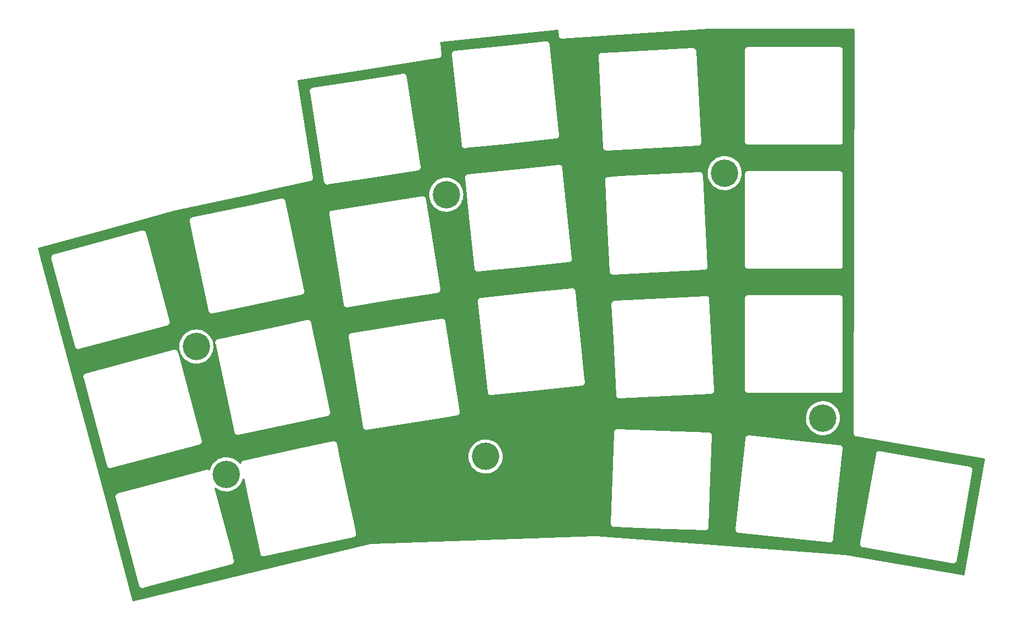
<source format=gtl>
%TF.GenerationSoftware,KiCad,Pcbnew,(6.0.0-0)*%
%TF.CreationDate,2022-02-08T20:12:03+07:00*%
%TF.ProjectId,PCB Top,50434220-546f-4702-9e6b-696361645f70,rev?*%
%TF.SameCoordinates,Original*%
%TF.FileFunction,Copper,L1,Top*%
%TF.FilePolarity,Positive*%
%FSLAX46Y46*%
G04 Gerber Fmt 4.6, Leading zero omitted, Abs format (unit mm)*
G04 Created by KiCad (PCBNEW (6.0.0-0)) date 2022-02-08 20:12:03*
%MOMM*%
%LPD*%
G01*
G04 APERTURE LIST*
%TA.AperFunction,ComponentPad*%
%ADD10C,4.200000*%
%TD*%
G04 APERTURE END LIST*
D10*
%TO.P,Ref\u002A\u002A,*%
%TO.N,*%
X120355994Y-40181003D03*
%TD*%
%TO.P,Ref\u002A\u002A,*%
%TO.N,*%
X83667600Y-83667600D03*
%TD*%
%TO.P,Ref\u002A\u002A,*%
%TO.N,*%
X77633194Y-43483003D03*
%TD*%
%TO.P,Ref\u002A\u002A,*%
%TO.N,*%
X43901994Y-86409003D03*
%TD*%
%TO.P,,*%
%TO.N,*%
X135431941Y-77784656D03*
%TD*%
%TO.P,Ref\u002A\u002A,*%
%TO.N,*%
X39279194Y-66800203D03*
%TD*%
%TA.AperFunction,NonConductor*%
G36*
X140215878Y-18052205D02*
G01*
X140262371Y-18105861D01*
X140273757Y-18158408D01*
X140173278Y-80052762D01*
X140171293Y-80074836D01*
X140168286Y-80091574D01*
X140172414Y-80130101D01*
X140172750Y-80136501D01*
X140172824Y-80136496D01*
X140173135Y-80140965D01*
X140173128Y-80145455D01*
X140176044Y-80166054D01*
X140176653Y-80170358D01*
X140177180Y-80174594D01*
X140183787Y-80236261D01*
X140187109Y-80244315D01*
X140187138Y-80244420D01*
X140188359Y-80253048D01*
X140192062Y-80261227D01*
X140192062Y-80261228D01*
X140213928Y-80309529D01*
X140215624Y-80313449D01*
X140224496Y-80334959D01*
X140239272Y-80370782D01*
X140244721Y-80377579D01*
X140244779Y-80377674D01*
X140248372Y-80385611D01*
X140254220Y-80392420D01*
X140254221Y-80392422D01*
X140288789Y-80432672D01*
X140291517Y-80435960D01*
X140324666Y-80477316D01*
X140324671Y-80477320D01*
X140330283Y-80484322D01*
X140337420Y-80489317D01*
X140337499Y-80489389D01*
X140343179Y-80496002D01*
X140395185Y-80529830D01*
X140398685Y-80532193D01*
X140442144Y-80562608D01*
X140442150Y-80562611D01*
X140449503Y-80567757D01*
X140457761Y-80570549D01*
X140457853Y-80570594D01*
X140465158Y-80575346D01*
X140473751Y-80577931D01*
X140524540Y-80593210D01*
X140528611Y-80594511D01*
X140550800Y-80602016D01*
X140550813Y-80602019D01*
X140555416Y-80603576D01*
X140560208Y-80604407D01*
X140564932Y-80605607D01*
X140564894Y-80605755D01*
X140571148Y-80607231D01*
X140604504Y-80617266D01*
X140613483Y-80617335D01*
X140613486Y-80617336D01*
X140625426Y-80617428D01*
X140645973Y-80619276D01*
X160187084Y-84007057D01*
X160250787Y-84038401D01*
X160287431Y-84099210D01*
X160289673Y-84152935D01*
X158036460Y-97021828D01*
X157190517Y-101853306D01*
X157159066Y-101916956D01*
X157098196Y-101953498D01*
X157044718Y-101955694D01*
X138789564Y-98765949D01*
X138782694Y-98764550D01*
X138765901Y-98760640D01*
X138765890Y-98760638D01*
X138761159Y-98759537D01*
X138756303Y-98759176D01*
X138756298Y-98759175D01*
X138752919Y-98758923D01*
X138740600Y-98757393D01*
X138735506Y-98756503D01*
X138712475Y-98755795D01*
X138707015Y-98755509D01*
X116434449Y-97098415D01*
X141136362Y-97098415D01*
X141139424Y-97127795D01*
X141140037Y-97144913D01*
X141139083Y-97174435D01*
X141141322Y-97183123D01*
X141141322Y-97183124D01*
X141145483Y-97199269D01*
X141148790Y-97217649D01*
X141151447Y-97243146D01*
X141154846Y-97251454D01*
X141154847Y-97251459D01*
X141162629Y-97270482D01*
X141168024Y-97286746D01*
X141175394Y-97315346D01*
X141188503Y-97337381D01*
X141196835Y-97354092D01*
X141203143Y-97369513D01*
X141203147Y-97369520D01*
X141206545Y-97377826D01*
X141212140Y-97384848D01*
X141212141Y-97384849D01*
X141224950Y-97400923D01*
X141234695Y-97415023D01*
X141249795Y-97440403D01*
X141256367Y-97446521D01*
X141256368Y-97446522D01*
X141268563Y-97457874D01*
X141281251Y-97471576D01*
X141297229Y-97491627D01*
X141321385Y-97508636D01*
X141334680Y-97519421D01*
X141356304Y-97539550D01*
X141379221Y-97551051D01*
X141395239Y-97560638D01*
X141408870Y-97570236D01*
X141408872Y-97570237D01*
X141416209Y-97575403D01*
X141424702Y-97578302D01*
X141424705Y-97578304D01*
X141444160Y-97584946D01*
X141459966Y-97591574D01*
X141478335Y-97600793D01*
X141478338Y-97600794D01*
X141486360Y-97604820D01*
X141495190Y-97606433D01*
X141495191Y-97606433D01*
X141506046Y-97608416D01*
X141520202Y-97611001D01*
X141520975Y-97611171D01*
X141522019Y-97611527D01*
X141524941Y-97612042D01*
X141524949Y-97612044D01*
X141552546Y-97616910D01*
X141553247Y-97617036D01*
X141629506Y-97630963D01*
X141630899Y-97630818D01*
X141632228Y-97630960D01*
X155334001Y-100046953D01*
X155339871Y-100047988D01*
X155340628Y-100048124D01*
X155407986Y-100060426D01*
X155407989Y-100060426D01*
X155416815Y-100062038D01*
X155446195Y-100058976D01*
X155463313Y-100058363D01*
X155492836Y-100059317D01*
X155517676Y-100052916D01*
X155536050Y-100049610D01*
X155539755Y-100049224D01*
X155552618Y-100047884D01*
X155552621Y-100047883D01*
X155561546Y-100046953D01*
X155569851Y-100043555D01*
X155569856Y-100043554D01*
X155588872Y-100035774D01*
X155605141Y-100030378D01*
X155625052Y-100025247D01*
X155625055Y-100025246D01*
X155633747Y-100023006D01*
X155655779Y-100009898D01*
X155672492Y-100001565D01*
X155687917Y-99995254D01*
X155696226Y-99991855D01*
X155719328Y-99973446D01*
X155733421Y-99963706D01*
X155751087Y-99953196D01*
X155751090Y-99953194D01*
X155758803Y-99948605D01*
X155776278Y-99929833D01*
X155789974Y-99917152D01*
X155803002Y-99906770D01*
X155803005Y-99906767D01*
X155810027Y-99901171D01*
X155827032Y-99877021D01*
X155837825Y-99863716D01*
X155851836Y-99848665D01*
X155857951Y-99842096D01*
X155869451Y-99819181D01*
X155879043Y-99803153D01*
X155888636Y-99789530D01*
X155888638Y-99789527D01*
X155893803Y-99782191D01*
X155903346Y-99754238D01*
X155909973Y-99738436D01*
X155912245Y-99733909D01*
X155923220Y-99712040D01*
X155929401Y-99678197D01*
X155929570Y-99677425D01*
X155929927Y-99676381D01*
X155930448Y-99673429D01*
X155935293Y-99645957D01*
X155935428Y-99645201D01*
X155948655Y-99572776D01*
X155949364Y-99568894D01*
X155949219Y-99567500D01*
X155949362Y-99566158D01*
X155956437Y-99526037D01*
X156616089Y-95784961D01*
X158366370Y-85858632D01*
X158366506Y-85857875D01*
X158378827Y-85790415D01*
X158378827Y-85790410D01*
X158380439Y-85781585D01*
X158379509Y-85772661D01*
X158379509Y-85772656D01*
X158377377Y-85752204D01*
X158376764Y-85735076D01*
X158377427Y-85714539D01*
X158377717Y-85705564D01*
X158371318Y-85680731D01*
X158368013Y-85662362D01*
X158366285Y-85645783D01*
X158366285Y-85645781D01*
X158365354Y-85636854D01*
X158354171Y-85609519D01*
X158348777Y-85593257D01*
X158341406Y-85564653D01*
X158328297Y-85542618D01*
X158319964Y-85525906D01*
X158313655Y-85510484D01*
X158313654Y-85510482D01*
X158310255Y-85502174D01*
X158291846Y-85479072D01*
X158282106Y-85464979D01*
X158271596Y-85447313D01*
X158271594Y-85447310D01*
X158267005Y-85439597D01*
X158248233Y-85422122D01*
X158235552Y-85408426D01*
X158225170Y-85395398D01*
X158225167Y-85395395D01*
X158219571Y-85388373D01*
X158195421Y-85371368D01*
X158182120Y-85360578D01*
X158160496Y-85340449D01*
X158137581Y-85328949D01*
X158121553Y-85319357D01*
X158107930Y-85309764D01*
X158107927Y-85309762D01*
X158100591Y-85304597D01*
X158072638Y-85295054D01*
X158056836Y-85288427D01*
X158030440Y-85275180D01*
X157996597Y-85268999D01*
X157995825Y-85268830D01*
X157994781Y-85268473D01*
X157991839Y-85267954D01*
X157991829Y-85267952D01*
X157964357Y-85263107D01*
X157963601Y-85262972D01*
X157891176Y-85249745D01*
X157887294Y-85249036D01*
X157885900Y-85249181D01*
X157884559Y-85249038D01*
X153833836Y-84534786D01*
X144177032Y-82832030D01*
X144176275Y-82831894D01*
X144108815Y-82819573D01*
X144108810Y-82819573D01*
X144099985Y-82817961D01*
X144091061Y-82818891D01*
X144091056Y-82818891D01*
X144070604Y-82821023D01*
X144053476Y-82821636D01*
X144034266Y-82821016D01*
X144023965Y-82820683D01*
X143999128Y-82827083D01*
X143980760Y-82830388D01*
X143976309Y-82830851D01*
X143964181Y-82832115D01*
X143964177Y-82832116D01*
X143955254Y-82833046D01*
X143930966Y-82842982D01*
X143927918Y-82844229D01*
X143911653Y-82849624D01*
X143883054Y-82856994D01*
X143866725Y-82866708D01*
X143861019Y-82870103D01*
X143844306Y-82878436D01*
X143828879Y-82884747D01*
X143828877Y-82884748D01*
X143820574Y-82888145D01*
X143813558Y-82893736D01*
X143813556Y-82893737D01*
X143797477Y-82906550D01*
X143783377Y-82916295D01*
X143757997Y-82931395D01*
X143751879Y-82937967D01*
X143751878Y-82937968D01*
X143740526Y-82950163D01*
X143726824Y-82962851D01*
X143706773Y-82978829D01*
X143689764Y-83002985D01*
X143678979Y-83016280D01*
X143658850Y-83037904D01*
X143647351Y-83060817D01*
X143637762Y-83076839D01*
X143622997Y-83097809D01*
X143620098Y-83106302D01*
X143620096Y-83106305D01*
X143613454Y-83125760D01*
X143606826Y-83141566D01*
X143597607Y-83159935D01*
X143597606Y-83159938D01*
X143593580Y-83167960D01*
X143591967Y-83176790D01*
X143591967Y-83176791D01*
X143587400Y-83201798D01*
X143587229Y-83202575D01*
X143586873Y-83203619D01*
X143586358Y-83206541D01*
X143586356Y-83206549D01*
X143581490Y-83234146D01*
X143581364Y-83234847D01*
X143567437Y-83311106D01*
X143567582Y-83312499D01*
X143567440Y-83313828D01*
X141187643Y-96810321D01*
X141150412Y-97021471D01*
X141150276Y-97022228D01*
X141138090Y-97088955D01*
X141136362Y-97098415D01*
X116434449Y-97098415D01*
X100602348Y-95920496D01*
X100596581Y-95919932D01*
X100571467Y-95916893D01*
X100566244Y-95917071D01*
X100559453Y-95916934D01*
X100559453Y-95916986D01*
X100554971Y-95916972D01*
X100550502Y-95916639D01*
X100546037Y-95916943D01*
X100546033Y-95916943D01*
X100524229Y-95918428D01*
X100519954Y-95918646D01*
X97956796Y-96005854D01*
X66263018Y-97084192D01*
X66251205Y-97084040D01*
X66247862Y-97083840D01*
X66239066Y-97082038D01*
X66230120Y-97082777D01*
X66230118Y-97082777D01*
X66203573Y-97084970D01*
X66180999Y-97086836D01*
X66174923Y-97087190D01*
X66154657Y-97087879D01*
X66150243Y-97088665D01*
X66150244Y-97088665D01*
X66148613Y-97088955D01*
X66136897Y-97090479D01*
X66127639Y-97091244D01*
X66122910Y-97092386D01*
X66122908Y-97092386D01*
X66108505Y-97095863D01*
X66101030Y-97097430D01*
X66095500Y-97098415D01*
X66047675Y-97106933D01*
X66039631Y-97110926D01*
X66031111Y-97113735D01*
X66030941Y-97113219D01*
X66019724Y-97117297D01*
X46402963Y-101853306D01*
X29656717Y-105896296D01*
X29585806Y-105892839D01*
X29528019Y-105851593D01*
X29505462Y-105806503D01*
X25207666Y-89807514D01*
X26882388Y-89807514D01*
X26885553Y-89836887D01*
X26886226Y-89854003D01*
X26885375Y-89883524D01*
X26887645Y-89892206D01*
X26887645Y-89892210D01*
X26894075Y-89916807D01*
X26894248Y-89917579D01*
X26894366Y-89918677D01*
X26901614Y-89945727D01*
X26902381Y-89948588D01*
X26902578Y-89949332D01*
X26922177Y-90024307D01*
X26922896Y-90025507D01*
X26923331Y-90026777D01*
X30525830Y-103471481D01*
X30526027Y-103472225D01*
X30545644Y-103547268D01*
X30550258Y-103554963D01*
X30550259Y-103554964D01*
X30560833Y-103572596D01*
X30568629Y-103587864D01*
X30580238Y-103615016D01*
X30596538Y-103634825D01*
X30607294Y-103650073D01*
X30620482Y-103672064D01*
X30627068Y-103678152D01*
X30627072Y-103678157D01*
X30642167Y-103692110D01*
X30653934Y-103704575D01*
X30672699Y-103727379D01*
X30693887Y-103741805D01*
X30708502Y-103753430D01*
X30727336Y-103770840D01*
X30735366Y-103774835D01*
X30735369Y-103774837D01*
X30753784Y-103783998D01*
X30768566Y-103792653D01*
X30792980Y-103809276D01*
X30817371Y-103817177D01*
X30834660Y-103824232D01*
X30857618Y-103835654D01*
X30886685Y-103840858D01*
X30903314Y-103845019D01*
X30922872Y-103851355D01*
X30922874Y-103851355D01*
X30931411Y-103854121D01*
X30957044Y-103854859D01*
X30975610Y-103856778D01*
X31000856Y-103861298D01*
X31009775Y-103860337D01*
X31009777Y-103860337D01*
X31016430Y-103859620D01*
X31030223Y-103858134D01*
X31047339Y-103857461D01*
X31076866Y-103858312D01*
X31110146Y-103849612D01*
X31110924Y-103849438D01*
X31112019Y-103849320D01*
X31114893Y-103848550D01*
X31141921Y-103841308D01*
X31142665Y-103841112D01*
X31213828Y-103822509D01*
X31213842Y-103822504D01*
X31217649Y-103821509D01*
X31218847Y-103820791D01*
X31220121Y-103820355D01*
X44664854Y-100217848D01*
X44665597Y-100217652D01*
X44710624Y-100205881D01*
X44740610Y-100198042D01*
X44748310Y-100193425D01*
X44748316Y-100193422D01*
X44765948Y-100182849D01*
X44781211Y-100175055D01*
X44800102Y-100166978D01*
X44808358Y-100163448D01*
X44828158Y-100147155D01*
X44843420Y-100136389D01*
X44857707Y-100127822D01*
X44857708Y-100127821D01*
X44865406Y-100123205D01*
X44885455Y-100101516D01*
X44897919Y-100089750D01*
X44913789Y-100076691D01*
X44920721Y-100070987D01*
X44935152Y-100049793D01*
X44946767Y-100035191D01*
X44964182Y-100016351D01*
X44977339Y-99989905D01*
X44985997Y-99975117D01*
X44997564Y-99958129D01*
X44997565Y-99958128D01*
X45002618Y-99950706D01*
X45010521Y-99926310D01*
X45017573Y-99909029D01*
X45024997Y-99894106D01*
X45028996Y-99886068D01*
X45034200Y-99857001D01*
X45038361Y-99840372D01*
X45044697Y-99820814D01*
X45044697Y-99820812D01*
X45047463Y-99812275D01*
X45048201Y-99786642D01*
X45050120Y-99768076D01*
X45054640Y-99742830D01*
X45051476Y-99713463D01*
X45050803Y-99696340D01*
X45051343Y-99677605D01*
X45051654Y-99666820D01*
X45049383Y-99658135D01*
X45049383Y-99658131D01*
X45042954Y-99633539D01*
X45042779Y-99632758D01*
X45042662Y-99631668D01*
X45041890Y-99628786D01*
X45034642Y-99601733D01*
X45034446Y-99600992D01*
X45015848Y-99529851D01*
X45014851Y-99526037D01*
X45014130Y-99524836D01*
X45013696Y-99523568D01*
X44868188Y-98980525D01*
X42082901Y-88585693D01*
X42084591Y-88514718D01*
X42124385Y-88455922D01*
X42189649Y-88427974D01*
X42259663Y-88439747D01*
X42283646Y-88454955D01*
X42385224Y-88536772D01*
X42385229Y-88536776D01*
X42388177Y-88539150D01*
X42391397Y-88541158D01*
X42651823Y-88703576D01*
X42651830Y-88703580D01*
X42655050Y-88705588D01*
X42939986Y-88838758D01*
X42943596Y-88839941D01*
X42943600Y-88839943D01*
X43031756Y-88868842D01*
X43238856Y-88936733D01*
X43547333Y-88998093D01*
X43551105Y-88998380D01*
X43551113Y-88998381D01*
X43857170Y-89021662D01*
X43857175Y-89021662D01*
X43860947Y-89021949D01*
X44175155Y-89007955D01*
X44178893Y-89007333D01*
X44178901Y-89007332D01*
X44329891Y-88982200D01*
X44485406Y-88956315D01*
X44787207Y-88867777D01*
X45076185Y-88743622D01*
X45079462Y-88741718D01*
X45079469Y-88741715D01*
X45237225Y-88650082D01*
X45348154Y-88585649D01*
X45519997Y-88455922D01*
X45596150Y-88398433D01*
X45596156Y-88398428D01*
X45599176Y-88396148D01*
X45825613Y-88177861D01*
X46024186Y-87933953D01*
X46192018Y-87667954D01*
X46326679Y-87383720D01*
X46415792Y-87116613D01*
X46456325Y-87058325D01*
X46521937Y-87031202D01*
X46591796Y-87043858D01*
X46643724Y-87092273D01*
X46658563Y-87130293D01*
X47257769Y-89949332D01*
X49089643Y-98567620D01*
X49105374Y-98643919D01*
X49109580Y-98651846D01*
X49119216Y-98670007D01*
X49126199Y-98685656D01*
X49133280Y-98704953D01*
X49133283Y-98704958D01*
X49136375Y-98713385D01*
X49151617Y-98734022D01*
X49161557Y-98749806D01*
X49173578Y-98772461D01*
X49179839Y-98778888D01*
X49194183Y-98793613D01*
X49205279Y-98806674D01*
X49222828Y-98830433D01*
X49243245Y-98845958D01*
X49257226Y-98858328D01*
X49275116Y-98876693D01*
X49300837Y-98891216D01*
X49315139Y-98900628D01*
X49338658Y-98918512D01*
X49347035Y-98921720D01*
X49347038Y-98921721D01*
X49362605Y-98927681D01*
X49379493Y-98935627D01*
X49401827Y-98948237D01*
X49410570Y-98950280D01*
X49410571Y-98950280D01*
X49430582Y-98954955D01*
X49446970Y-98959981D01*
X49466168Y-98967331D01*
X49466170Y-98967331D01*
X49474553Y-98970541D01*
X49483497Y-98971269D01*
X49483499Y-98971269D01*
X49500111Y-98972620D01*
X49518560Y-98975509D01*
X49543527Y-98981342D01*
X49552485Y-98980849D01*
X49573018Y-98979719D01*
X49590157Y-98979944D01*
X49610640Y-98981610D01*
X49619589Y-98982338D01*
X49653283Y-98975391D01*
X49654057Y-98975260D01*
X49655164Y-98975199D01*
X49685586Y-98968733D01*
X49686328Y-98968578D01*
X49758246Y-98953750D01*
X49758250Y-98953749D01*
X49762105Y-98952954D01*
X49763339Y-98952299D01*
X49764627Y-98951932D01*
X56070733Y-97611527D01*
X63379764Y-96057944D01*
X63379987Y-96057897D01*
X63456171Y-96042190D01*
X63482270Y-96028342D01*
X63497911Y-96021362D01*
X63525637Y-96011189D01*
X63532857Y-96005856D01*
X63532861Y-96005854D01*
X63546259Y-95995958D01*
X63562064Y-95986004D01*
X63576786Y-95978193D01*
X63576787Y-95978193D01*
X63584713Y-95973987D01*
X63605869Y-95953378D01*
X63618930Y-95942282D01*
X63635463Y-95930070D01*
X63642685Y-95924736D01*
X63658203Y-95904329D01*
X63670575Y-95890346D01*
X63682510Y-95878719D01*
X63682514Y-95878714D01*
X63688945Y-95872449D01*
X63703468Y-95846727D01*
X63712883Y-95832420D01*
X63730764Y-95808906D01*
X63733974Y-95800521D01*
X63733977Y-95800516D01*
X63739932Y-95784961D01*
X63747883Y-95768064D01*
X63756073Y-95753559D01*
X63756074Y-95753556D01*
X63760489Y-95745737D01*
X63767207Y-95716982D01*
X63772233Y-95700594D01*
X63779583Y-95681396D01*
X63779583Y-95681394D01*
X63782793Y-95673011D01*
X63784872Y-95647453D01*
X63787761Y-95629005D01*
X63791552Y-95612776D01*
X63793594Y-95604037D01*
X63791971Y-95574546D01*
X63792196Y-95557407D01*
X63793862Y-95536924D01*
X63794590Y-95527975D01*
X63787643Y-95494281D01*
X63787512Y-95493507D01*
X63787451Y-95492400D01*
X63780985Y-95461978D01*
X63780830Y-95461236D01*
X63766002Y-95389318D01*
X63766001Y-95389314D01*
X63765206Y-95385459D01*
X63764551Y-95384225D01*
X63764184Y-95382937D01*
X63475950Y-94026903D01*
X102891771Y-94026903D01*
X102893936Y-94035617D01*
X102898890Y-94055559D01*
X102901882Y-94072438D01*
X102905046Y-94101805D01*
X102914843Y-94125517D01*
X102920670Y-94143242D01*
X102926852Y-94168126D01*
X102941731Y-94193640D01*
X102949333Y-94208990D01*
X102960614Y-94236291D01*
X102966232Y-94243291D01*
X102966234Y-94243294D01*
X102976662Y-94256286D01*
X102987239Y-94271675D01*
X103000157Y-94293827D01*
X103021606Y-94314146D01*
X103033208Y-94326742D01*
X103051695Y-94349776D01*
X103059051Y-94354917D01*
X103059053Y-94354919D01*
X103072713Y-94364466D01*
X103087184Y-94376268D01*
X103099281Y-94387728D01*
X103099284Y-94387730D01*
X103105797Y-94393900D01*
X103113784Y-94397996D01*
X103132081Y-94407379D01*
X103146758Y-94416215D01*
X103170967Y-94433135D01*
X103190219Y-94439633D01*
X103195256Y-94441333D01*
X103212458Y-94448599D01*
X103235279Y-94460302D01*
X103264285Y-94465861D01*
X103280862Y-94470226D01*
X103299819Y-94476624D01*
X103308841Y-94479669D01*
X103343228Y-94481080D01*
X103343998Y-94481139D01*
X103345086Y-94481348D01*
X103376096Y-94482430D01*
X103376560Y-94482448D01*
X103454232Y-94485636D01*
X103455590Y-94485299D01*
X103456937Y-94485254D01*
X109110100Y-94682667D01*
X117367697Y-94971030D01*
X117368188Y-94971048D01*
X117420214Y-94973183D01*
X117436732Y-94973861D01*
X117436733Y-94973861D01*
X117445703Y-94974229D01*
X117474363Y-94967109D01*
X117491238Y-94964118D01*
X117497389Y-94963455D01*
X117511678Y-94961916D01*
X117511679Y-94961916D01*
X117520605Y-94960954D01*
X117544317Y-94951157D01*
X117562042Y-94945330D01*
X117586926Y-94939148D01*
X117612440Y-94924269D01*
X117627791Y-94916666D01*
X117646792Y-94908815D01*
X117655091Y-94905386D01*
X117662091Y-94899768D01*
X117662094Y-94899766D01*
X117671677Y-94892074D01*
X122044876Y-94892074D01*
X122046427Y-94900914D01*
X122046427Y-94900919D01*
X122049980Y-94921173D01*
X122051786Y-94938215D01*
X122052053Y-94945329D01*
X122052894Y-94967720D01*
X122055735Y-94976235D01*
X122061009Y-94992044D01*
X122065590Y-95010147D01*
X122070020Y-95035401D01*
X122073989Y-95043450D01*
X122073990Y-95043452D01*
X122083080Y-95061884D01*
X122089596Y-95077734D01*
X122096102Y-95097236D01*
X122096105Y-95097241D01*
X122098945Y-95105755D01*
X122104060Y-95113128D01*
X122104064Y-95113136D01*
X122113564Y-95126829D01*
X122123038Y-95142910D01*
X122134379Y-95165909D01*
X122140448Y-95172521D01*
X122140449Y-95172522D01*
X122154347Y-95187662D01*
X122165048Y-95201042D01*
X122181888Y-95225316D01*
X122201832Y-95241437D01*
X122215439Y-95254216D01*
X122232780Y-95273107D01*
X122240462Y-95277750D01*
X122240463Y-95277751D01*
X122258052Y-95288382D01*
X122272084Y-95298226D01*
X122288071Y-95311149D01*
X122288074Y-95311151D01*
X122295054Y-95316793D01*
X122307358Y-95321927D01*
X122318715Y-95326667D01*
X122335366Y-95335114D01*
X122349630Y-95343735D01*
X122357315Y-95348380D01*
X122365994Y-95350681D01*
X122365996Y-95350682D01*
X122385859Y-95355948D01*
X122402084Y-95361455D01*
X122429346Y-95372831D01*
X122438261Y-95373823D01*
X122438264Y-95373824D01*
X122463541Y-95376637D01*
X122464321Y-95376752D01*
X122465386Y-95377034D01*
X122468335Y-95377344D01*
X122468342Y-95377345D01*
X122496146Y-95380267D01*
X122496911Y-95380350D01*
X122515981Y-95382472D01*
X122573967Y-95388925D01*
X122575344Y-95388684D01*
X122576688Y-95388733D01*
X136419490Y-96843670D01*
X136420255Y-96843753D01*
X136470502Y-96849345D01*
X136497274Y-96852324D01*
X136506114Y-96850773D01*
X136506119Y-96850773D01*
X136526373Y-96847220D01*
X136543415Y-96845414D01*
X136563948Y-96844643D01*
X136563949Y-96844643D01*
X136572920Y-96844306D01*
X136597243Y-96836191D01*
X136615348Y-96831610D01*
X136640601Y-96827180D01*
X136648650Y-96823211D01*
X136648652Y-96823210D01*
X136667084Y-96814120D01*
X136682934Y-96807604D01*
X136702436Y-96801098D01*
X136702441Y-96801095D01*
X136710955Y-96798255D01*
X136718332Y-96793138D01*
X136718335Y-96793136D01*
X136732027Y-96783638D01*
X136748113Y-96774162D01*
X136763057Y-96766792D01*
X136763058Y-96766791D01*
X136771109Y-96762821D01*
X136792871Y-96742845D01*
X136806240Y-96732154D01*
X136830517Y-96715312D01*
X136846636Y-96695371D01*
X136859420Y-96681757D01*
X136871693Y-96670491D01*
X136878307Y-96664420D01*
X136882949Y-96656739D01*
X136882952Y-96656736D01*
X136893582Y-96639148D01*
X136903428Y-96625112D01*
X136916351Y-96609125D01*
X136921993Y-96602146D01*
X136927127Y-96589842D01*
X136931867Y-96578485D01*
X136940314Y-96561834D01*
X136948935Y-96547570D01*
X136953580Y-96539885D01*
X136961148Y-96511340D01*
X136966655Y-96495116D01*
X136978031Y-96467854D01*
X136981837Y-96433656D01*
X136981952Y-96432878D01*
X136982234Y-96431814D01*
X136985457Y-96401148D01*
X136985540Y-96400381D01*
X136993689Y-96327159D01*
X136994126Y-96323233D01*
X136993884Y-96321851D01*
X136993933Y-96320503D01*
X137021532Y-96057921D01*
X137707224Y-89533994D01*
X138448860Y-82477804D01*
X138448943Y-82477038D01*
X138456532Y-82408848D01*
X138457525Y-82399926D01*
X138455974Y-82391086D01*
X138455974Y-82391081D01*
X138452420Y-82370822D01*
X138450614Y-82353781D01*
X138449843Y-82333253D01*
X138449843Y-82333252D01*
X138449506Y-82324280D01*
X138441393Y-82299962D01*
X138436812Y-82281858D01*
X138433932Y-82265441D01*
X138432381Y-82256599D01*
X138419317Y-82230108D01*
X138412802Y-82214260D01*
X138406297Y-82194762D01*
X138406295Y-82194759D01*
X138403455Y-82186245D01*
X138388841Y-82165179D01*
X138379363Y-82149089D01*
X138368022Y-82126091D01*
X138348051Y-82104334D01*
X138337349Y-82090952D01*
X138325628Y-82074057D01*
X138325627Y-82074055D01*
X138320512Y-82066683D01*
X138300572Y-82050565D01*
X138286957Y-82037780D01*
X138275690Y-82025505D01*
X138275688Y-82025503D01*
X138269620Y-82018893D01*
X138261942Y-82014252D01*
X138261937Y-82014248D01*
X138244343Y-82003614D01*
X138230322Y-81993779D01*
X138207346Y-81975207D01*
X138183679Y-81965331D01*
X138167035Y-81956887D01*
X138157926Y-81951381D01*
X138152765Y-81948261D01*
X138152763Y-81948260D01*
X138145086Y-81943620D01*
X138136413Y-81941320D01*
X138136412Y-81941320D01*
X138116535Y-81936050D01*
X138100304Y-81930540D01*
X138081337Y-81922625D01*
X138081335Y-81922624D01*
X138073054Y-81919169D01*
X138042685Y-81915789D01*
X138038856Y-81915363D01*
X138038078Y-81915248D01*
X138037014Y-81914966D01*
X138034061Y-81914656D01*
X138034050Y-81914654D01*
X138006348Y-81911743D01*
X138005581Y-81911660D01*
X137976844Y-81908462D01*
X137928433Y-81903074D01*
X137927051Y-81903316D01*
X137925706Y-81903267D01*
X131489172Y-81226760D01*
X124083004Y-80448340D01*
X124082238Y-80448257D01*
X124014048Y-80440668D01*
X124005126Y-80439675D01*
X123996286Y-80441226D01*
X123996281Y-80441226D01*
X123976022Y-80444780D01*
X123958981Y-80446586D01*
X123938453Y-80447357D01*
X123938452Y-80447357D01*
X123929480Y-80447694D01*
X123909922Y-80454219D01*
X123905162Y-80455807D01*
X123887059Y-80460388D01*
X123861799Y-80464819D01*
X123835310Y-80477882D01*
X123819460Y-80484398D01*
X123799964Y-80490902D01*
X123799959Y-80490905D01*
X123791445Y-80493745D01*
X123784068Y-80498862D01*
X123784069Y-80498862D01*
X123770380Y-80508358D01*
X123754293Y-80517834D01*
X123745404Y-80522218D01*
X123731291Y-80529178D01*
X123713873Y-80545166D01*
X123709532Y-80549151D01*
X123696150Y-80559853D01*
X123679368Y-80571496D01*
X123671884Y-80576688D01*
X123666245Y-80583664D01*
X123666244Y-80583665D01*
X123655765Y-80596629D01*
X123642982Y-80610241D01*
X123624093Y-80627580D01*
X123608815Y-80652857D01*
X123598978Y-80666880D01*
X123580407Y-80689854D01*
X123570531Y-80713521D01*
X123562087Y-80730165D01*
X123548820Y-80752114D01*
X123546520Y-80760787D01*
X123546520Y-80760788D01*
X123541250Y-80780665D01*
X123535740Y-80796895D01*
X123524369Y-80824146D01*
X123523377Y-80833061D01*
X123523376Y-80833064D01*
X123520563Y-80858341D01*
X123520448Y-80859121D01*
X123520166Y-80860186D01*
X123519856Y-80863135D01*
X123519855Y-80863142D01*
X123516933Y-80890946D01*
X123516850Y-80891711D01*
X123508275Y-80968767D01*
X123508516Y-80970144D01*
X123508467Y-80971488D01*
X122053530Y-94814290D01*
X122053447Y-94815055D01*
X122044876Y-94892074D01*
X117671677Y-94892074D01*
X117675086Y-94889338D01*
X117690475Y-94878761D01*
X117712627Y-94865843D01*
X117732946Y-94844394D01*
X117745542Y-94832792D01*
X117761574Y-94819925D01*
X117761575Y-94819924D01*
X117768576Y-94814305D01*
X117773717Y-94806949D01*
X117773719Y-94806947D01*
X117783266Y-94793287D01*
X117795068Y-94778816D01*
X117806528Y-94766719D01*
X117806530Y-94766716D01*
X117812700Y-94760203D01*
X117826179Y-94733919D01*
X117835015Y-94719242D01*
X117851935Y-94695033D01*
X117860133Y-94670744D01*
X117867399Y-94653542D01*
X117869348Y-94649740D01*
X117879102Y-94630721D01*
X117884661Y-94601714D01*
X117889026Y-94585138D01*
X117895597Y-94565668D01*
X117898469Y-94557159D01*
X117899880Y-94522772D01*
X117899939Y-94522002D01*
X117900148Y-94520914D01*
X117901230Y-94489904D01*
X117901248Y-94489440D01*
X117904436Y-94411768D01*
X117904099Y-94410410D01*
X117904054Y-94409063D01*
X118159562Y-87092273D01*
X118389830Y-80498303D01*
X118389853Y-80497680D01*
X118390074Y-80492312D01*
X118393029Y-80420297D01*
X118385909Y-80391637D01*
X118382918Y-80374761D01*
X118380716Y-80354322D01*
X118380716Y-80354321D01*
X118379754Y-80345395D01*
X118369957Y-80321683D01*
X118364129Y-80303956D01*
X118360113Y-80287788D01*
X118360112Y-80287786D01*
X118357948Y-80279074D01*
X118343072Y-80253565D01*
X118335470Y-80238219D01*
X118324186Y-80210909D01*
X118308131Y-80190905D01*
X118297559Y-80175522D01*
X118289165Y-80161127D01*
X118289161Y-80161122D01*
X118284642Y-80153373D01*
X118263202Y-80133063D01*
X118251592Y-80120458D01*
X118238726Y-80104427D01*
X118238724Y-80104425D01*
X118233105Y-80097424D01*
X118212082Y-80082731D01*
X118197616Y-80070932D01*
X118185520Y-80059474D01*
X118185518Y-80059473D01*
X118179002Y-80053300D01*
X118171021Y-80049207D01*
X118171018Y-80049205D01*
X118152721Y-80039822D01*
X118138040Y-80030983D01*
X118121191Y-80019207D01*
X118121189Y-80019206D01*
X118113833Y-80014065D01*
X118105327Y-80011194D01*
X118089544Y-80005867D01*
X118072342Y-79998601D01*
X118068540Y-79996652D01*
X118049521Y-79986898D01*
X118020514Y-79981339D01*
X118003938Y-79976974D01*
X117984468Y-79970403D01*
X117975959Y-79967531D01*
X117941573Y-79966120D01*
X117940800Y-79966061D01*
X117939713Y-79965852D01*
X117908870Y-79964775D01*
X117908095Y-79964746D01*
X117900077Y-79964417D01*
X117830568Y-79961564D01*
X117829211Y-79961901D01*
X117827862Y-79961946D01*
X103917270Y-79476177D01*
X103916500Y-79476148D01*
X103848070Y-79473339D01*
X103848068Y-79473339D01*
X103839097Y-79472971D01*
X103810437Y-79480091D01*
X103793562Y-79483082D01*
X103787411Y-79483745D01*
X103773122Y-79485284D01*
X103773121Y-79485284D01*
X103764195Y-79486246D01*
X103740483Y-79496043D01*
X103722758Y-79501870D01*
X103717842Y-79503092D01*
X103706588Y-79505887D01*
X103706586Y-79505888D01*
X103697874Y-79508052D01*
X103690119Y-79512575D01*
X103690118Y-79512575D01*
X103672366Y-79522928D01*
X103657019Y-79530530D01*
X103629709Y-79541814D01*
X103609705Y-79557869D01*
X103594322Y-79568441D01*
X103579927Y-79576835D01*
X103579922Y-79576839D01*
X103572173Y-79581358D01*
X103551863Y-79602798D01*
X103539258Y-79614408D01*
X103523227Y-79627274D01*
X103523225Y-79627276D01*
X103516224Y-79632895D01*
X103501531Y-79653918D01*
X103489732Y-79668384D01*
X103478274Y-79680480D01*
X103478273Y-79680482D01*
X103472100Y-79686998D01*
X103468007Y-79694979D01*
X103468005Y-79694982D01*
X103458622Y-79713279D01*
X103449783Y-79727960D01*
X103432865Y-79752167D01*
X103429994Y-79760672D01*
X103429994Y-79760673D01*
X103424667Y-79776456D01*
X103417401Y-79793658D01*
X103405698Y-79816479D01*
X103400139Y-79845485D01*
X103395774Y-79862062D01*
X103389376Y-79881019D01*
X103386331Y-79890041D01*
X103385963Y-79899011D01*
X103384921Y-79924416D01*
X103384861Y-79925200D01*
X103384652Y-79926287D01*
X103384548Y-79929268D01*
X103383575Y-79957135D01*
X103383546Y-79957905D01*
X103380364Y-80035432D01*
X103380701Y-80036789D01*
X103380746Y-80038138D01*
X102894977Y-93948730D01*
X102894948Y-93949500D01*
X102891771Y-94026903D01*
X63475950Y-94026903D01*
X62526572Y-89560436D01*
X61268194Y-83640234D01*
X81054475Y-83640234D01*
X81070114Y-83954365D01*
X81070755Y-83958096D01*
X81070756Y-83958104D01*
X81122733Y-84260597D01*
X81122735Y-84260605D01*
X81123377Y-84264342D01*
X81124465Y-84267981D01*
X81124466Y-84267984D01*
X81208913Y-84550353D01*
X81213495Y-84565675D01*
X81339161Y-84853999D01*
X81498555Y-85125137D01*
X81500856Y-85128152D01*
X81687069Y-85372150D01*
X81687074Y-85372155D01*
X81689369Y-85375163D01*
X81692013Y-85377877D01*
X81882431Y-85573346D01*
X81908838Y-85600454D01*
X82018828Y-85689046D01*
X82150830Y-85795369D01*
X82150835Y-85795373D01*
X82153783Y-85797747D01*
X82222500Y-85840603D01*
X82417429Y-85962173D01*
X82417436Y-85962177D01*
X82420656Y-85964185D01*
X82705592Y-86097355D01*
X82709202Y-86098538D01*
X82709206Y-86098540D01*
X83000865Y-86194151D01*
X83004462Y-86195330D01*
X83312939Y-86256690D01*
X83316711Y-86256977D01*
X83316719Y-86256978D01*
X83622776Y-86280259D01*
X83622781Y-86280259D01*
X83626553Y-86280546D01*
X83940761Y-86266552D01*
X83944499Y-86265930D01*
X83944507Y-86265929D01*
X84095497Y-86240797D01*
X84251012Y-86214912D01*
X84552813Y-86126374D01*
X84841791Y-86002219D01*
X84845068Y-86000315D01*
X84845075Y-86000312D01*
X85055166Y-85878280D01*
X85113760Y-85844246D01*
X85246997Y-85743663D01*
X85361756Y-85657030D01*
X85361762Y-85657025D01*
X85364782Y-85654745D01*
X85561633Y-85464979D01*
X85588492Y-85439087D01*
X85588493Y-85439086D01*
X85591219Y-85436458D01*
X85789792Y-85192550D01*
X85957624Y-84926551D01*
X86092285Y-84642317D01*
X86191823Y-84343964D01*
X86254797Y-84035813D01*
X86280295Y-83722328D01*
X86280868Y-83667600D01*
X86270074Y-83488545D01*
X86262169Y-83357428D01*
X86262169Y-83357424D01*
X86261941Y-83353650D01*
X86254171Y-83311106D01*
X86206114Y-83047970D01*
X86206113Y-83047966D01*
X86205434Y-83044248D01*
X86112166Y-82743876D01*
X85983487Y-82456883D01*
X85821263Y-82187429D01*
X85818936Y-82184445D01*
X85818931Y-82184438D01*
X85630172Y-81942403D01*
X85630166Y-81942396D01*
X85627841Y-81939415D01*
X85406025Y-81716434D01*
X85159028Y-81521717D01*
X84890426Y-81358084D01*
X84752679Y-81295454D01*
X84607563Y-81229473D01*
X84607555Y-81229470D01*
X84604111Y-81227904D01*
X84304231Y-81133064D01*
X84166963Y-81107251D01*
X83998853Y-81075638D01*
X83998848Y-81075637D01*
X83995129Y-81074938D01*
X83681283Y-81054368D01*
X83677503Y-81054576D01*
X83677502Y-81054576D01*
X83585931Y-81059616D01*
X83367238Y-81071651D01*
X83363511Y-81072312D01*
X83363507Y-81072312D01*
X83253848Y-81091747D01*
X83057545Y-81126537D01*
X83053929Y-81127639D01*
X83053921Y-81127641D01*
X82760312Y-81217126D01*
X82760305Y-81217129D01*
X82756688Y-81218231D01*
X82469026Y-81345405D01*
X82465772Y-81347341D01*
X82465766Y-81347344D01*
X82227057Y-81489361D01*
X82198725Y-81506217D01*
X82195724Y-81508532D01*
X82195720Y-81508535D01*
X82152739Y-81541695D01*
X81949702Y-81698337D01*
X81947003Y-81700993D01*
X81947004Y-81700993D01*
X81729643Y-81914966D01*
X81725563Y-81918982D01*
X81709281Y-81939415D01*
X81531921Y-82161988D01*
X81531915Y-82161997D01*
X81529556Y-82164957D01*
X81364518Y-82432698D01*
X81232841Y-82718327D01*
X81191250Y-82847481D01*
X81138915Y-83010001D01*
X81136433Y-83017707D01*
X81135714Y-83021423D01*
X81135712Y-83021431D01*
X81077408Y-83322781D01*
X81077407Y-83322790D01*
X81076689Y-83326500D01*
X81076422Y-83330276D01*
X81076421Y-83330281D01*
X81054743Y-83636445D01*
X81054475Y-83640234D01*
X61268194Y-83640234D01*
X60870173Y-81767692D01*
X60854442Y-81691393D01*
X60840594Y-81665294D01*
X60833614Y-81649653D01*
X60823441Y-81621927D01*
X60818108Y-81614707D01*
X60818106Y-81614703D01*
X60808210Y-81601305D01*
X60798256Y-81585500D01*
X60790445Y-81570778D01*
X60790445Y-81570777D01*
X60786239Y-81562851D01*
X60765630Y-81541695D01*
X60754534Y-81528634D01*
X60742322Y-81512101D01*
X60736988Y-81504879D01*
X60716581Y-81489361D01*
X60702598Y-81476989D01*
X60690971Y-81465054D01*
X60690966Y-81465050D01*
X60684701Y-81458619D01*
X60658979Y-81444096D01*
X60644672Y-81434681D01*
X60621158Y-81416800D01*
X60612773Y-81413590D01*
X60612768Y-81413587D01*
X60597213Y-81407632D01*
X60580316Y-81399681D01*
X60565811Y-81391491D01*
X60565808Y-81391490D01*
X60557989Y-81387075D01*
X60529234Y-81380357D01*
X60512846Y-81375331D01*
X60493648Y-81367981D01*
X60493646Y-81367981D01*
X60485263Y-81364771D01*
X60476319Y-81364043D01*
X60476317Y-81364043D01*
X60459705Y-81362692D01*
X60441257Y-81359803D01*
X60438732Y-81359213D01*
X60416289Y-81353970D01*
X60407331Y-81354463D01*
X60386798Y-81355593D01*
X60369659Y-81355368D01*
X60349176Y-81353702D01*
X60340227Y-81352974D01*
X60306533Y-81359921D01*
X60305759Y-81360052D01*
X60304652Y-81360113D01*
X60301731Y-81360734D01*
X60301730Y-81360734D01*
X60274240Y-81366577D01*
X60273488Y-81366734D01*
X60201570Y-81381562D01*
X60201566Y-81381563D01*
X60197711Y-81382358D01*
X60196477Y-81383013D01*
X60195189Y-81383380D01*
X55412719Y-82399926D01*
X46580052Y-84277368D01*
X46579829Y-84277415D01*
X46503645Y-84293122D01*
X46495718Y-84297328D01*
X46477557Y-84306964D01*
X46461908Y-84313947D01*
X46442611Y-84321028D01*
X46442606Y-84321031D01*
X46434179Y-84324123D01*
X46413542Y-84339365D01*
X46397758Y-84349305D01*
X46375103Y-84361326D01*
X46368676Y-84367587D01*
X46353951Y-84381931D01*
X46340890Y-84393027D01*
X46317131Y-84410576D01*
X46301606Y-84430993D01*
X46289233Y-84444977D01*
X46278439Y-84455492D01*
X46270871Y-84462864D01*
X46256348Y-84488585D01*
X46246936Y-84502887D01*
X46229052Y-84526406D01*
X46225844Y-84534783D01*
X46225843Y-84534786D01*
X46219883Y-84550353D01*
X46211937Y-84567241D01*
X46199327Y-84589575D01*
X46197284Y-84598318D01*
X46197284Y-84598319D01*
X46192609Y-84618330D01*
X46187583Y-84634718D01*
X46177023Y-84662301D01*
X46176295Y-84671245D01*
X46176295Y-84671247D01*
X46174944Y-84687859D01*
X46172055Y-84706307D01*
X46166222Y-84731275D01*
X46163920Y-84730737D01*
X46142722Y-84784915D01*
X46085216Y-84826550D01*
X46014328Y-84830485D01*
X45952566Y-84795471D01*
X45943714Y-84785294D01*
X45943419Y-84784915D01*
X45901166Y-84730737D01*
X45864566Y-84683806D01*
X45864560Y-84683799D01*
X45862235Y-84680818D01*
X45640419Y-84457837D01*
X45393422Y-84263120D01*
X45124820Y-84099487D01*
X44921532Y-84007057D01*
X44841957Y-83970876D01*
X44841949Y-83970873D01*
X44838505Y-83969307D01*
X44538625Y-83874467D01*
X44401357Y-83848654D01*
X44233247Y-83817041D01*
X44233242Y-83817040D01*
X44229523Y-83816341D01*
X43915677Y-83795771D01*
X43911897Y-83795979D01*
X43911896Y-83795979D01*
X43820325Y-83801019D01*
X43601632Y-83813054D01*
X43597905Y-83813715D01*
X43597901Y-83813715D01*
X43488242Y-83833150D01*
X43291939Y-83867940D01*
X43288323Y-83869042D01*
X43288315Y-83869044D01*
X42994706Y-83958529D01*
X42994699Y-83958532D01*
X42991082Y-83959634D01*
X42703420Y-84086808D01*
X42700166Y-84088744D01*
X42700160Y-84088747D01*
X42436378Y-84245681D01*
X42433119Y-84247620D01*
X42430118Y-84249935D01*
X42430114Y-84249938D01*
X42376487Y-84291311D01*
X42184096Y-84439740D01*
X41959957Y-84660385D01*
X41943675Y-84680818D01*
X41766315Y-84903391D01*
X41766309Y-84903400D01*
X41763950Y-84906360D01*
X41598912Y-85174101D01*
X41467235Y-85459730D01*
X41404435Y-85654745D01*
X41387714Y-85706670D01*
X41347794Y-85765381D01*
X41282470Y-85793189D01*
X41212482Y-85781265D01*
X41210077Y-85779859D01*
X41209693Y-85779504D01*
X41183244Y-85766346D01*
X41168469Y-85757695D01*
X41144049Y-85741068D01*
X41119651Y-85733164D01*
X41102374Y-85726114D01*
X41079410Y-85714690D01*
X41070573Y-85713108D01*
X41070570Y-85713107D01*
X41050341Y-85709486D01*
X41033713Y-85705325D01*
X41019542Y-85700734D01*
X41005617Y-85696223D01*
X40979984Y-85695484D01*
X40961420Y-85693566D01*
X40936172Y-85689046D01*
X40906799Y-85692211D01*
X40889683Y-85692884D01*
X40860162Y-85692033D01*
X40841643Y-85696874D01*
X40826876Y-85700734D01*
X40826111Y-85700905D01*
X40825010Y-85701024D01*
X40795154Y-85709024D01*
X40794476Y-85709204D01*
X40723190Y-85727838D01*
X40723180Y-85727841D01*
X40719379Y-85728835D01*
X40718179Y-85729555D01*
X40716914Y-85729989D01*
X30232983Y-88539150D01*
X27272246Y-89332477D01*
X27271502Y-89332674D01*
X27196418Y-89352302D01*
X27188725Y-89356915D01*
X27188716Y-89356919D01*
X27171080Y-89367495D01*
X27155818Y-89375288D01*
X27128670Y-89386896D01*
X27108861Y-89403196D01*
X27093613Y-89413952D01*
X27071622Y-89427140D01*
X27065534Y-89433726D01*
X27065529Y-89433730D01*
X27051576Y-89448825D01*
X27039111Y-89460592D01*
X27016307Y-89479357D01*
X27001875Y-89500553D01*
X26990252Y-89515164D01*
X26972846Y-89533994D01*
X26968851Y-89542024D01*
X26968849Y-89542027D01*
X26959691Y-89560436D01*
X26951029Y-89575229D01*
X26934410Y-89599637D01*
X26931642Y-89608182D01*
X26926510Y-89624024D01*
X26919454Y-89641317D01*
X26908032Y-89664276D01*
X26906451Y-89673107D01*
X26906450Y-89673110D01*
X26902828Y-89693345D01*
X26898667Y-89709972D01*
X26889565Y-89738069D01*
X26889307Y-89747038D01*
X26888827Y-89763697D01*
X26886908Y-89782266D01*
X26882388Y-89807514D01*
X25207666Y-89807514D01*
X20264650Y-71406628D01*
X21951884Y-71406628D01*
X21955049Y-71436001D01*
X21955722Y-71453117D01*
X21954871Y-71482638D01*
X21957141Y-71491320D01*
X21957141Y-71491324D01*
X21963571Y-71515921D01*
X21963744Y-71516693D01*
X21963862Y-71517791D01*
X21971110Y-71544841D01*
X21971877Y-71547702D01*
X21972074Y-71548446D01*
X21991673Y-71623421D01*
X21992392Y-71624621D01*
X21992827Y-71625890D01*
X22782542Y-74573148D01*
X25595326Y-85070595D01*
X25595523Y-85071339D01*
X25615140Y-85146382D01*
X25619754Y-85154077D01*
X25619755Y-85154078D01*
X25630329Y-85171710D01*
X25638125Y-85186978D01*
X25649734Y-85214130D01*
X25666034Y-85233939D01*
X25676790Y-85249187D01*
X25689978Y-85271178D01*
X25696564Y-85277266D01*
X25696568Y-85277271D01*
X25711663Y-85291224D01*
X25723430Y-85303689D01*
X25742195Y-85326493D01*
X25763383Y-85340919D01*
X25777998Y-85352544D01*
X25796832Y-85369954D01*
X25804862Y-85373949D01*
X25804865Y-85373951D01*
X25823280Y-85383112D01*
X25838062Y-85391767D01*
X25862476Y-85408390D01*
X25886867Y-85416291D01*
X25904156Y-85423346D01*
X25927114Y-85434768D01*
X25956181Y-85439972D01*
X25972810Y-85444133D01*
X25992368Y-85450469D01*
X25992370Y-85450469D01*
X26000907Y-85453235D01*
X26026540Y-85453973D01*
X26045106Y-85455892D01*
X26070352Y-85460412D01*
X26079271Y-85459451D01*
X26079273Y-85459451D01*
X26085926Y-85458734D01*
X26099719Y-85457248D01*
X26116835Y-85456575D01*
X26146362Y-85457426D01*
X26179642Y-85448726D01*
X26180420Y-85448552D01*
X26181515Y-85448434D01*
X26185699Y-85447313D01*
X26211417Y-85440422D01*
X26212161Y-85440226D01*
X26283324Y-85421623D01*
X26283338Y-85421618D01*
X26287145Y-85420623D01*
X26288343Y-85419905D01*
X26289617Y-85419469D01*
X39734350Y-81816962D01*
X39735093Y-81816766D01*
X39780120Y-81804995D01*
X39810106Y-81797156D01*
X39817806Y-81792539D01*
X39817812Y-81792536D01*
X39835444Y-81781963D01*
X39850707Y-81774169D01*
X39869598Y-81766092D01*
X39877854Y-81762562D01*
X39897654Y-81746269D01*
X39912916Y-81735503D01*
X39927203Y-81726936D01*
X39927204Y-81726935D01*
X39934902Y-81722319D01*
X39954951Y-81700630D01*
X39967415Y-81688864D01*
X39983285Y-81675805D01*
X39990217Y-81670101D01*
X40004648Y-81648907D01*
X40016263Y-81634305D01*
X40033678Y-81615465D01*
X40046835Y-81589019D01*
X40055493Y-81574231D01*
X40067060Y-81557243D01*
X40067061Y-81557242D01*
X40072114Y-81549820D01*
X40080017Y-81525424D01*
X40087069Y-81508143D01*
X40094493Y-81493220D01*
X40098492Y-81485182D01*
X40103696Y-81456115D01*
X40107857Y-81439486D01*
X40114193Y-81419928D01*
X40114193Y-81419926D01*
X40116959Y-81411389D01*
X40117697Y-81385756D01*
X40119616Y-81367190D01*
X40124136Y-81341944D01*
X40120972Y-81312577D01*
X40120299Y-81295454D01*
X40120891Y-81274906D01*
X40121150Y-81265934D01*
X40118879Y-81257249D01*
X40118879Y-81257245D01*
X40112450Y-81232653D01*
X40112275Y-81231872D01*
X40112158Y-81230782D01*
X40111386Y-81227900D01*
X40104138Y-81200847D01*
X40103942Y-81200106D01*
X40085344Y-81128965D01*
X40084347Y-81125151D01*
X40083626Y-81123950D01*
X40083192Y-81122682D01*
X40070333Y-81074690D01*
X36480667Y-67677877D01*
X36480585Y-67677565D01*
X36460880Y-67602190D01*
X36456262Y-67594489D01*
X36445690Y-67576859D01*
X36437894Y-67561592D01*
X36429815Y-67542696D01*
X36426286Y-67534442D01*
X36409993Y-67514642D01*
X36399227Y-67499380D01*
X36390660Y-67485093D01*
X36390659Y-67485092D01*
X36386043Y-67477394D01*
X36364354Y-67457345D01*
X36352588Y-67444881D01*
X36339527Y-67429009D01*
X36333825Y-67422079D01*
X36312635Y-67407651D01*
X36298022Y-67396027D01*
X36291837Y-67390310D01*
X36279189Y-67378618D01*
X36252740Y-67365460D01*
X36237965Y-67356809D01*
X36213545Y-67340182D01*
X36189147Y-67332278D01*
X36171870Y-67325228D01*
X36148906Y-67313804D01*
X36140069Y-67312222D01*
X36140066Y-67312221D01*
X36119837Y-67308600D01*
X36103209Y-67304439D01*
X36089038Y-67299848D01*
X36075113Y-67295337D01*
X36049480Y-67294598D01*
X36030916Y-67292680D01*
X36005668Y-67288160D01*
X35976295Y-67291325D01*
X35959179Y-67291998D01*
X35929658Y-67291147D01*
X35907343Y-67296980D01*
X35896372Y-67299848D01*
X35895607Y-67300019D01*
X35894506Y-67300138D01*
X35864650Y-67308138D01*
X35863972Y-67308318D01*
X35792686Y-67326952D01*
X35792676Y-67326955D01*
X35788875Y-67327949D01*
X35787675Y-67328669D01*
X35786410Y-67329103D01*
X24594264Y-70328030D01*
X22341742Y-70931591D01*
X22340998Y-70931788D01*
X22265914Y-70951416D01*
X22258221Y-70956029D01*
X22258212Y-70956033D01*
X22240576Y-70966609D01*
X22225314Y-70974402D01*
X22198166Y-70986010D01*
X22178357Y-71002310D01*
X22163109Y-71013066D01*
X22141118Y-71026254D01*
X22135030Y-71032840D01*
X22135025Y-71032844D01*
X22121072Y-71047939D01*
X22108607Y-71059706D01*
X22085803Y-71078471D01*
X22071371Y-71099667D01*
X22059748Y-71114278D01*
X22042342Y-71133108D01*
X22038347Y-71141138D01*
X22038345Y-71141141D01*
X22029187Y-71159550D01*
X22020525Y-71174343D01*
X22003906Y-71198751D01*
X22001138Y-71207296D01*
X21996006Y-71223138D01*
X21988950Y-71240431D01*
X21977528Y-71263390D01*
X21975947Y-71272221D01*
X21975946Y-71272224D01*
X21972324Y-71292459D01*
X21968163Y-71309086D01*
X21959061Y-71337183D01*
X21958803Y-71346152D01*
X21958323Y-71362811D01*
X21956404Y-71381380D01*
X21951884Y-71406628D01*
X20264650Y-71406628D01*
X15351433Y-53116674D01*
X17031088Y-53116674D01*
X17034253Y-53146047D01*
X17034926Y-53163163D01*
X17034075Y-53192684D01*
X17036345Y-53201366D01*
X17036345Y-53201370D01*
X17042775Y-53225967D01*
X17042948Y-53226739D01*
X17043066Y-53227837D01*
X17050314Y-53254887D01*
X17051081Y-53257748D01*
X17051278Y-53258492D01*
X17061642Y-53298140D01*
X17070877Y-53333467D01*
X17071596Y-53334667D01*
X17072031Y-53335936D01*
X18415488Y-58349786D01*
X20674530Y-66780641D01*
X20674727Y-66781385D01*
X20694344Y-66856428D01*
X20698958Y-66864123D01*
X20698959Y-66864124D01*
X20709533Y-66881756D01*
X20717329Y-66897024D01*
X20728938Y-66924176D01*
X20745238Y-66943985D01*
X20755994Y-66959233D01*
X20769182Y-66981224D01*
X20775768Y-66987312D01*
X20775772Y-66987317D01*
X20790867Y-67001270D01*
X20802634Y-67013735D01*
X20821399Y-67036539D01*
X20842587Y-67050965D01*
X20857202Y-67062590D01*
X20876036Y-67080000D01*
X20884066Y-67083995D01*
X20884069Y-67083997D01*
X20902484Y-67093158D01*
X20917266Y-67101813D01*
X20941680Y-67118436D01*
X20966071Y-67126337D01*
X20983360Y-67133392D01*
X21006318Y-67144814D01*
X21035385Y-67150018D01*
X21052014Y-67154179D01*
X21071572Y-67160515D01*
X21071574Y-67160515D01*
X21080111Y-67163281D01*
X21105744Y-67164019D01*
X21124310Y-67165938D01*
X21149556Y-67170458D01*
X21158475Y-67169497D01*
X21158477Y-67169497D01*
X21165130Y-67168780D01*
X21178923Y-67167294D01*
X21196039Y-67166621D01*
X21225566Y-67167472D01*
X21258846Y-67158772D01*
X21259624Y-67158598D01*
X21260719Y-67158480D01*
X21263593Y-67157710D01*
X21290621Y-67150468D01*
X21291365Y-67150272D01*
X21362528Y-67131669D01*
X21362542Y-67131664D01*
X21366349Y-67130669D01*
X21367547Y-67129951D01*
X21368821Y-67129515D01*
X22699961Y-66772837D01*
X36666069Y-66772837D01*
X36667542Y-66802424D01*
X36679916Y-67050965D01*
X36681708Y-67086968D01*
X36682349Y-67090699D01*
X36682350Y-67090707D01*
X36734327Y-67393200D01*
X36734329Y-67393208D01*
X36734971Y-67396945D01*
X36736059Y-67400584D01*
X36736060Y-67400587D01*
X36818940Y-67677716D01*
X36825089Y-67698278D01*
X36950755Y-67986602D01*
X37110149Y-68257740D01*
X37112450Y-68260755D01*
X37298663Y-68504753D01*
X37298668Y-68504758D01*
X37300963Y-68507766D01*
X37520432Y-68733057D01*
X37587836Y-68787348D01*
X37762424Y-68927972D01*
X37762429Y-68927976D01*
X37765377Y-68930350D01*
X37768597Y-68932358D01*
X38029023Y-69094776D01*
X38029030Y-69094780D01*
X38032250Y-69096788D01*
X38317186Y-69229958D01*
X38320796Y-69231141D01*
X38320800Y-69231143D01*
X38408956Y-69260042D01*
X38616056Y-69327933D01*
X38924533Y-69389293D01*
X38928305Y-69389580D01*
X38928313Y-69389581D01*
X39234370Y-69412862D01*
X39234375Y-69412862D01*
X39238147Y-69413149D01*
X39552355Y-69399155D01*
X39556093Y-69398533D01*
X39556101Y-69398532D01*
X39707091Y-69373400D01*
X39862606Y-69347515D01*
X40164407Y-69258977D01*
X40453385Y-69134822D01*
X40456662Y-69132918D01*
X40456669Y-69132915D01*
X40614425Y-69041282D01*
X40725354Y-68976849D01*
X40814293Y-68909707D01*
X40973350Y-68789633D01*
X40973356Y-68789628D01*
X40976376Y-68787348D01*
X41202813Y-68569061D01*
X41401386Y-68325153D01*
X41569218Y-68059154D01*
X41703879Y-67774920D01*
X41803417Y-67476567D01*
X41866391Y-67168416D01*
X41891889Y-66854931D01*
X41892462Y-66800203D01*
X41873535Y-66486253D01*
X41842467Y-66316142D01*
X41817708Y-66180573D01*
X41817707Y-66180569D01*
X41817028Y-66176851D01*
X41816027Y-66173626D01*
X42204505Y-66173626D01*
X42211452Y-66207320D01*
X42211583Y-66208094D01*
X42211644Y-66209201D01*
X42212265Y-66212122D01*
X42212265Y-66212123D01*
X42218108Y-66239613D01*
X42218262Y-66240349D01*
X42233889Y-66316142D01*
X42234544Y-66317376D01*
X42234911Y-66318664D01*
X43339623Y-71515921D01*
X45128922Y-79933909D01*
X45144653Y-80010208D01*
X45158037Y-80035432D01*
X45158495Y-80036296D01*
X45165478Y-80051945D01*
X45172559Y-80071242D01*
X45172562Y-80071247D01*
X45175654Y-80079674D01*
X45190896Y-80100311D01*
X45200836Y-80116095D01*
X45212857Y-80138750D01*
X45223721Y-80149902D01*
X45233462Y-80159902D01*
X45244558Y-80172963D01*
X45262107Y-80196722D01*
X45282524Y-80212247D01*
X45296505Y-80224617D01*
X45314395Y-80242982D01*
X45340116Y-80257505D01*
X45354418Y-80266917D01*
X45377937Y-80284801D01*
X45386314Y-80288009D01*
X45386317Y-80288010D01*
X45401884Y-80293970D01*
X45418772Y-80301916D01*
X45441106Y-80314526D01*
X45449849Y-80316569D01*
X45449850Y-80316569D01*
X45469861Y-80321244D01*
X45486249Y-80326270D01*
X45505447Y-80333620D01*
X45505449Y-80333620D01*
X45513832Y-80336830D01*
X45522776Y-80337558D01*
X45522778Y-80337558D01*
X45539390Y-80338909D01*
X45557839Y-80341798D01*
X45582806Y-80347631D01*
X45591764Y-80347138D01*
X45612297Y-80346008D01*
X45629436Y-80346233D01*
X45649919Y-80347899D01*
X45658868Y-80348627D01*
X45692562Y-80341680D01*
X45693336Y-80341549D01*
X45694443Y-80341488D01*
X45724865Y-80335022D01*
X45725607Y-80334867D01*
X45797525Y-80320039D01*
X45797529Y-80320038D01*
X45801384Y-80319243D01*
X45802618Y-80318588D01*
X45803906Y-80318221D01*
X51386219Y-79131663D01*
X59419043Y-77424233D01*
X59419266Y-77424186D01*
X59495450Y-77408479D01*
X59521549Y-77394631D01*
X59537190Y-77387651D01*
X59564916Y-77377478D01*
X59572136Y-77372145D01*
X59572140Y-77372143D01*
X59585538Y-77362247D01*
X59601343Y-77352293D01*
X59616065Y-77344482D01*
X59616066Y-77344482D01*
X59623992Y-77340276D01*
X59645148Y-77319667D01*
X59658209Y-77308571D01*
X59674742Y-77296359D01*
X59681964Y-77291025D01*
X59697482Y-77270618D01*
X59709854Y-77256635D01*
X59721789Y-77245008D01*
X59721793Y-77245003D01*
X59728224Y-77238738D01*
X59742747Y-77213016D01*
X59752162Y-77198709D01*
X59770043Y-77175195D01*
X59773253Y-77166810D01*
X59773256Y-77166805D01*
X59779211Y-77151250D01*
X59787162Y-77134353D01*
X59795352Y-77119848D01*
X59795353Y-77119845D01*
X59799768Y-77112026D01*
X59806486Y-77083271D01*
X59811512Y-77066883D01*
X59818862Y-77047685D01*
X59818862Y-77047683D01*
X59822072Y-77039300D01*
X59824151Y-77013742D01*
X59827040Y-76995294D01*
X59830831Y-76979065D01*
X59832873Y-76970326D01*
X59831250Y-76940835D01*
X59831475Y-76923696D01*
X59833141Y-76903213D01*
X59833869Y-76894264D01*
X59826922Y-76860570D01*
X59826791Y-76859796D01*
X59826730Y-76858689D01*
X59820264Y-76828267D01*
X59820109Y-76827525D01*
X59805281Y-76755607D01*
X59805280Y-76755603D01*
X59804485Y-76751748D01*
X59803830Y-76750514D01*
X59803463Y-76749226D01*
X58587007Y-71026254D01*
X57356443Y-65236909D01*
X62648886Y-65236909D01*
X62650236Y-65245782D01*
X62650236Y-65245785D01*
X62654060Y-65270918D01*
X62654151Y-65271708D01*
X62654154Y-65272809D01*
X62654619Y-65275743D01*
X62654621Y-65275763D01*
X62658993Y-65303364D01*
X62659102Y-65304065D01*
X62670771Y-65380768D01*
X62671362Y-65382038D01*
X62671661Y-65383345D01*
X64849086Y-79131055D01*
X64849158Y-79131520D01*
X64860854Y-79208405D01*
X64873314Y-79235186D01*
X64879469Y-79251179D01*
X64885529Y-79270819D01*
X64885531Y-79270824D01*
X64888177Y-79279397D01*
X64893124Y-79286885D01*
X64902309Y-79300789D01*
X64911417Y-79317086D01*
X64918449Y-79332201D01*
X64918453Y-79332208D01*
X64922237Y-79340340D01*
X64928154Y-79347087D01*
X64941708Y-79362542D01*
X64952108Y-79376170D01*
X64963438Y-79393321D01*
X64963440Y-79393324D01*
X64968386Y-79400810D01*
X64987958Y-79417379D01*
X65001267Y-79430457D01*
X65018181Y-79449744D01*
X65043110Y-79465595D01*
X65056910Y-79475751D01*
X65057413Y-79476177D01*
X65079447Y-79494830D01*
X65102879Y-79505238D01*
X65119334Y-79514061D01*
X65133399Y-79523004D01*
X65140975Y-79527821D01*
X65149596Y-79530318D01*
X65149597Y-79530318D01*
X65169346Y-79536037D01*
X65185443Y-79541912D01*
X65204230Y-79550257D01*
X65204233Y-79550258D01*
X65212433Y-79553900D01*
X65221329Y-79555095D01*
X65221333Y-79555096D01*
X65237842Y-79557314D01*
X65256113Y-79561164D01*
X65272123Y-79565800D01*
X65272125Y-79565800D01*
X65280747Y-79568297D01*
X65289719Y-79568273D01*
X65289723Y-79568274D01*
X65310290Y-79568220D01*
X65327390Y-79569341D01*
X65347759Y-79572077D01*
X65347763Y-79572077D01*
X65356653Y-79573271D01*
X65375634Y-79570383D01*
X65390665Y-79568097D01*
X65391445Y-79568007D01*
X65392553Y-79568004D01*
X65423343Y-79563127D01*
X65423847Y-79563049D01*
X65496615Y-79551980D01*
X65496618Y-79551979D01*
X65500512Y-79551387D01*
X65501780Y-79550797D01*
X65503090Y-79550497D01*
X76824950Y-77757290D01*
X132818816Y-77757290D01*
X132834455Y-78071421D01*
X132835096Y-78075152D01*
X132835097Y-78075160D01*
X132887074Y-78377653D01*
X132887076Y-78377661D01*
X132887718Y-78381398D01*
X132977836Y-78682731D01*
X133103502Y-78971055D01*
X133262896Y-79242193D01*
X133265197Y-79245208D01*
X133451410Y-79489206D01*
X133451415Y-79489211D01*
X133453710Y-79492219D01*
X133491038Y-79530537D01*
X133625323Y-79668384D01*
X133673179Y-79717510D01*
X133740583Y-79771801D01*
X133915171Y-79912425D01*
X133915176Y-79912429D01*
X133918124Y-79914803D01*
X133921344Y-79916811D01*
X134181770Y-80079229D01*
X134181777Y-80079233D01*
X134184997Y-80081241D01*
X134469933Y-80214411D01*
X134473543Y-80215594D01*
X134473547Y-80215596D01*
X134761872Y-80310114D01*
X134768803Y-80312386D01*
X135077280Y-80373746D01*
X135081052Y-80374033D01*
X135081060Y-80374034D01*
X135387117Y-80397315D01*
X135387122Y-80397315D01*
X135390894Y-80397602D01*
X135705102Y-80383608D01*
X135708840Y-80382986D01*
X135708848Y-80382985D01*
X135881051Y-80354322D01*
X136015353Y-80331968D01*
X136317154Y-80243430D01*
X136606132Y-80119275D01*
X136609409Y-80117371D01*
X136609416Y-80117368D01*
X136792206Y-80011194D01*
X136878101Y-79961302D01*
X137031518Y-79845485D01*
X137126097Y-79774086D01*
X137126103Y-79774081D01*
X137129123Y-79771801D01*
X137279046Y-79627274D01*
X137352833Y-79556143D01*
X137352834Y-79556142D01*
X137355560Y-79553514D01*
X137554133Y-79309606D01*
X137721965Y-79043607D01*
X137856626Y-78759373D01*
X137956164Y-78461020D01*
X138019138Y-78152869D01*
X138044636Y-77839384D01*
X138045209Y-77784656D01*
X138026282Y-77470706D01*
X138009820Y-77380569D01*
X137970455Y-77165026D01*
X137970454Y-77165022D01*
X137969775Y-77161304D01*
X137961407Y-77134353D01*
X137919947Y-77000831D01*
X137876507Y-76860932D01*
X137747828Y-76573939D01*
X137585604Y-76304485D01*
X137583277Y-76301501D01*
X137583272Y-76301494D01*
X137394513Y-76059459D01*
X137394507Y-76059452D01*
X137392182Y-76056471D01*
X137170366Y-75833490D01*
X136923369Y-75638773D01*
X136654767Y-75475140D01*
X136540395Y-75423138D01*
X136371904Y-75346529D01*
X136371896Y-75346526D01*
X136368452Y-75344960D01*
X136068572Y-75250120D01*
X135931304Y-75224307D01*
X135763194Y-75192694D01*
X135763189Y-75192693D01*
X135759470Y-75191994D01*
X135445624Y-75171424D01*
X135441844Y-75171632D01*
X135441843Y-75171632D01*
X135350272Y-75176672D01*
X135131579Y-75188707D01*
X135127852Y-75189368D01*
X135127848Y-75189368D01*
X135018189Y-75208803D01*
X134821886Y-75243593D01*
X134818270Y-75244695D01*
X134818262Y-75244697D01*
X134524653Y-75334182D01*
X134524646Y-75334185D01*
X134521029Y-75335287D01*
X134233367Y-75462461D01*
X134230113Y-75464397D01*
X134230107Y-75464400D01*
X133966325Y-75621334D01*
X133963066Y-75623273D01*
X133714043Y-75815393D01*
X133489904Y-76036038D01*
X133473622Y-76056471D01*
X133296262Y-76279044D01*
X133296256Y-76279053D01*
X133293897Y-76282013D01*
X133128859Y-76549754D01*
X132997182Y-76835383D01*
X132934396Y-77030354D01*
X132905760Y-77119281D01*
X132900774Y-77134763D01*
X132900055Y-77138479D01*
X132900053Y-77138487D01*
X132841749Y-77439837D01*
X132841748Y-77439846D01*
X132841030Y-77443556D01*
X132840763Y-77447332D01*
X132840762Y-77447337D01*
X132838840Y-77474484D01*
X132818816Y-77757290D01*
X76824950Y-77757290D01*
X79250730Y-77373084D01*
X79251491Y-77372966D01*
X79306849Y-77364544D01*
X79328149Y-77361304D01*
X79354930Y-77348844D01*
X79370923Y-77342689D01*
X79390563Y-77336629D01*
X79390568Y-77336627D01*
X79399141Y-77333981D01*
X79420534Y-77319849D01*
X79436830Y-77310741D01*
X79451945Y-77303709D01*
X79451952Y-77303705D01*
X79460084Y-77299921D01*
X79482289Y-77280448D01*
X79495914Y-77270050D01*
X79513065Y-77258720D01*
X79513068Y-77258718D01*
X79520554Y-77253772D01*
X79537123Y-77234200D01*
X79550201Y-77220891D01*
X79569488Y-77203977D01*
X79585339Y-77179048D01*
X79595495Y-77165248D01*
X79608774Y-77149562D01*
X79614574Y-77142711D01*
X79624982Y-77119279D01*
X79633805Y-77102824D01*
X79642748Y-77088759D01*
X79642748Y-77088758D01*
X79647565Y-77081183D01*
X79655782Y-77052810D01*
X79661656Y-77036715D01*
X79670001Y-77017926D01*
X79673644Y-77009725D01*
X79675583Y-76995294D01*
X79677057Y-76984314D01*
X79680907Y-76966046D01*
X79688041Y-76941410D01*
X79688017Y-76932440D01*
X79688018Y-76932436D01*
X79687964Y-76911868D01*
X79689085Y-76894768D01*
X79691821Y-76874399D01*
X79691821Y-76874395D01*
X79693015Y-76865505D01*
X79688981Y-76838990D01*
X79687841Y-76831493D01*
X79687751Y-76830713D01*
X79687748Y-76829605D01*
X79682871Y-76798815D01*
X79682793Y-76798311D01*
X79671724Y-76725543D01*
X79671723Y-76725540D01*
X79671131Y-76721646D01*
X79670541Y-76720378D01*
X79670241Y-76719068D01*
X77492820Y-62971379D01*
X77492702Y-62970618D01*
X77488455Y-62942699D01*
X77481048Y-62894009D01*
X77477263Y-62885873D01*
X77468588Y-62867227D01*
X77462433Y-62851233D01*
X77456374Y-62831601D01*
X77456374Y-62831600D01*
X77453725Y-62823017D01*
X77445382Y-62810387D01*
X77439593Y-62801625D01*
X77430485Y-62785328D01*
X77423453Y-62770213D01*
X77423449Y-62770206D01*
X77419665Y-62762074D01*
X77400192Y-62739869D01*
X77389794Y-62726244D01*
X77378464Y-62709093D01*
X77378462Y-62709090D01*
X77373516Y-62701604D01*
X77353944Y-62685035D01*
X77340625Y-62671946D01*
X77323721Y-62652670D01*
X77316145Y-62647853D01*
X77316144Y-62647852D01*
X77298801Y-62636825D01*
X77284995Y-62626665D01*
X77269307Y-62613384D01*
X77262455Y-62607583D01*
X77239023Y-62597175D01*
X77222564Y-62588351D01*
X77208500Y-62579408D01*
X77208498Y-62579407D01*
X77200927Y-62574593D01*
X77192306Y-62572097D01*
X77192305Y-62572096D01*
X77172556Y-62566377D01*
X77156462Y-62560503D01*
X77129469Y-62548514D01*
X77104048Y-62545099D01*
X77085787Y-62541250D01*
X77069780Y-62536614D01*
X77069775Y-62536613D01*
X77061154Y-62534117D01*
X77052181Y-62534141D01*
X77052177Y-62534140D01*
X77031613Y-62534194D01*
X77014513Y-62533073D01*
X76985249Y-62529142D01*
X76976376Y-62530492D01*
X76976373Y-62530492D01*
X76951240Y-62534316D01*
X76950450Y-62534407D01*
X76949349Y-62534410D01*
X76946415Y-62534875D01*
X76946395Y-62534877D01*
X76918794Y-62539249D01*
X76918093Y-62539358D01*
X76841390Y-62551027D01*
X76840120Y-62551618D01*
X76838813Y-62551917D01*
X73404831Y-63095807D01*
X63091208Y-64729325D01*
X63090447Y-64729443D01*
X63073574Y-64732010D01*
X63013753Y-64741110D01*
X63005619Y-64744894D01*
X63005617Y-64744895D01*
X62986971Y-64753570D01*
X62970977Y-64759725D01*
X62951345Y-64765784D01*
X62942761Y-64768433D01*
X62935271Y-64773381D01*
X62935269Y-64773382D01*
X62921369Y-64782565D01*
X62905072Y-64791673D01*
X62889957Y-64798705D01*
X62889950Y-64798709D01*
X62881818Y-64802493D01*
X62875071Y-64808410D01*
X62859616Y-64821964D01*
X62845988Y-64832364D01*
X62828837Y-64843694D01*
X62828834Y-64843696D01*
X62821348Y-64848642D01*
X62815551Y-64855490D01*
X62804782Y-64868211D01*
X62791693Y-64881530D01*
X62772414Y-64898437D01*
X62767597Y-64906013D01*
X62767596Y-64906014D01*
X62756569Y-64923357D01*
X62746409Y-64937163D01*
X62727327Y-64959703D01*
X62723683Y-64967906D01*
X62723683Y-64967907D01*
X62716920Y-64983134D01*
X62708095Y-64999594D01*
X62694337Y-65021231D01*
X62691840Y-65029854D01*
X62691839Y-65029856D01*
X62686122Y-65049600D01*
X62680246Y-65065699D01*
X62668258Y-65092689D01*
X62667064Y-65101582D01*
X62667063Y-65101584D01*
X62664845Y-65118099D01*
X62660993Y-65136374D01*
X62653861Y-65161003D01*
X62653885Y-65169972D01*
X62653884Y-65169976D01*
X62653938Y-65190546D01*
X62652817Y-65207642D01*
X62648886Y-65236909D01*
X57356443Y-65236909D01*
X56909452Y-63133981D01*
X56893721Y-63057682D01*
X56879873Y-63031583D01*
X56872893Y-63015942D01*
X56862720Y-62988216D01*
X56857387Y-62980996D01*
X56857385Y-62980992D01*
X56847489Y-62967594D01*
X56837535Y-62951789D01*
X56829724Y-62937067D01*
X56829724Y-62937066D01*
X56825518Y-62929140D01*
X56804909Y-62907984D01*
X56793813Y-62894923D01*
X56781601Y-62878390D01*
X56776267Y-62871168D01*
X56755860Y-62855650D01*
X56741877Y-62843278D01*
X56730250Y-62831343D01*
X56730245Y-62831339D01*
X56723980Y-62824908D01*
X56698258Y-62810385D01*
X56683951Y-62800970D01*
X56660437Y-62783089D01*
X56652052Y-62779879D01*
X56652047Y-62779876D01*
X56636492Y-62773921D01*
X56619595Y-62765970D01*
X56605090Y-62757780D01*
X56605087Y-62757779D01*
X56597268Y-62753364D01*
X56568513Y-62746646D01*
X56552125Y-62741620D01*
X56532927Y-62734270D01*
X56532925Y-62734270D01*
X56524542Y-62731060D01*
X56515598Y-62730332D01*
X56515596Y-62730332D01*
X56498984Y-62728981D01*
X56480536Y-62726092D01*
X56478011Y-62725502D01*
X56455568Y-62720259D01*
X56446610Y-62720752D01*
X56426077Y-62721882D01*
X56408938Y-62721657D01*
X56388455Y-62719991D01*
X56379506Y-62719263D01*
X56345812Y-62726210D01*
X56345038Y-62726341D01*
X56343931Y-62726402D01*
X56341010Y-62727023D01*
X56341009Y-62727023D01*
X56313519Y-62732866D01*
X56312767Y-62733023D01*
X56240849Y-62747851D01*
X56240845Y-62747852D01*
X56236990Y-62748647D01*
X56235756Y-62749302D01*
X56234468Y-62749669D01*
X52577378Y-63527008D01*
X42619331Y-65643657D01*
X42619108Y-65643704D01*
X42542924Y-65659411D01*
X42534997Y-65663617D01*
X42516836Y-65673253D01*
X42501187Y-65680236D01*
X42481890Y-65687317D01*
X42481885Y-65687320D01*
X42473458Y-65690412D01*
X42452821Y-65705654D01*
X42437037Y-65715594D01*
X42414382Y-65727615D01*
X42407955Y-65733876D01*
X42393230Y-65748220D01*
X42380169Y-65759316D01*
X42356410Y-65776865D01*
X42340885Y-65797282D01*
X42328515Y-65811263D01*
X42310150Y-65829153D01*
X42295627Y-65854874D01*
X42286215Y-65869176D01*
X42268331Y-65892695D01*
X42265123Y-65901072D01*
X42265122Y-65901075D01*
X42259162Y-65916642D01*
X42251216Y-65933530D01*
X42238606Y-65955864D01*
X42236563Y-65964607D01*
X42236563Y-65964608D01*
X42231888Y-65984619D01*
X42226862Y-66001007D01*
X42216302Y-66028590D01*
X42215574Y-66037534D01*
X42215574Y-66037536D01*
X42214223Y-66054148D01*
X42211334Y-66072596D01*
X42205501Y-66097564D01*
X42205994Y-66106522D01*
X42207124Y-66127055D01*
X42206899Y-66144194D01*
X42204505Y-66173626D01*
X41816027Y-66173626D01*
X41723760Y-65876479D01*
X41595081Y-65589486D01*
X41432857Y-65320032D01*
X41430530Y-65317048D01*
X41430525Y-65317041D01*
X41241766Y-65075006D01*
X41241760Y-65074999D01*
X41239435Y-65072018D01*
X41049945Y-64881533D01*
X41020289Y-64851721D01*
X41017619Y-64849037D01*
X40770622Y-64654320D01*
X40502020Y-64490687D01*
X40387648Y-64438685D01*
X40219157Y-64362076D01*
X40219149Y-64362073D01*
X40215705Y-64360507D01*
X39915825Y-64265667D01*
X39778557Y-64239854D01*
X39610447Y-64208241D01*
X39610442Y-64208240D01*
X39606723Y-64207541D01*
X39292877Y-64186971D01*
X39289097Y-64187179D01*
X39289096Y-64187179D01*
X39197525Y-64192219D01*
X38978832Y-64204254D01*
X38975105Y-64204915D01*
X38975101Y-64204915D01*
X38865442Y-64224350D01*
X38669139Y-64259140D01*
X38665523Y-64260242D01*
X38665515Y-64260244D01*
X38371906Y-64349729D01*
X38371899Y-64349732D01*
X38368282Y-64350834D01*
X38080620Y-64478008D01*
X38077366Y-64479944D01*
X38077360Y-64479947D01*
X37813578Y-64636881D01*
X37810319Y-64638820D01*
X37561296Y-64830940D01*
X37558597Y-64833596D01*
X37558598Y-64833596D01*
X37375686Y-65013657D01*
X37337157Y-65051585D01*
X37304403Y-65092689D01*
X37143515Y-65294591D01*
X37143509Y-65294600D01*
X37141150Y-65297560D01*
X36976112Y-65565301D01*
X36844435Y-65850930D01*
X36789924Y-66020205D01*
X36749997Y-66144194D01*
X36748027Y-66150310D01*
X36747308Y-66154026D01*
X36747306Y-66154034D01*
X36689002Y-66455384D01*
X36689001Y-66455393D01*
X36688283Y-66459103D01*
X36688016Y-66462879D01*
X36688015Y-66462884D01*
X36686093Y-66490031D01*
X36666069Y-66772837D01*
X22699961Y-66772837D01*
X34813554Y-63527008D01*
X34814297Y-63526812D01*
X34859324Y-63515041D01*
X34889310Y-63507202D01*
X34897010Y-63502585D01*
X34897016Y-63502582D01*
X34914648Y-63492009D01*
X34929911Y-63484215D01*
X34948802Y-63476138D01*
X34957058Y-63472608D01*
X34976858Y-63456315D01*
X34992120Y-63445549D01*
X35006407Y-63436982D01*
X35006408Y-63436981D01*
X35014106Y-63432365D01*
X35034155Y-63410676D01*
X35046619Y-63398910D01*
X35062489Y-63385851D01*
X35069421Y-63380147D01*
X35083852Y-63358953D01*
X35095467Y-63344351D01*
X35112882Y-63325511D01*
X35126039Y-63299065D01*
X35134697Y-63284277D01*
X35146264Y-63267289D01*
X35146265Y-63267288D01*
X35151318Y-63259866D01*
X35159221Y-63235470D01*
X35166273Y-63218189D01*
X35173697Y-63203266D01*
X35177696Y-63195228D01*
X35182900Y-63166161D01*
X35187061Y-63149532D01*
X35193397Y-63129974D01*
X35193397Y-63129972D01*
X35196163Y-63121435D01*
X35196901Y-63095802D01*
X35198820Y-63077236D01*
X35203340Y-63051990D01*
X35200176Y-63022623D01*
X35199503Y-63005500D01*
X35200354Y-62975980D01*
X35198083Y-62967295D01*
X35198083Y-62967291D01*
X35191654Y-62942699D01*
X35191479Y-62941918D01*
X35191362Y-62940828D01*
X35190354Y-62937067D01*
X35183342Y-62910893D01*
X35183146Y-62910152D01*
X35166645Y-62847032D01*
X35163551Y-62835197D01*
X35162830Y-62833996D01*
X35162396Y-62832728D01*
X35159794Y-62823017D01*
X31559871Y-49387923D01*
X31559789Y-49387611D01*
X31540084Y-49312236D01*
X31535466Y-49304535D01*
X31524894Y-49286905D01*
X31517098Y-49271638D01*
X31509019Y-49252742D01*
X31505490Y-49244488D01*
X31489197Y-49224688D01*
X31478431Y-49209426D01*
X31469864Y-49195139D01*
X31469863Y-49195138D01*
X31465247Y-49187440D01*
X31443558Y-49167391D01*
X31431792Y-49154927D01*
X31418731Y-49139055D01*
X31413029Y-49132125D01*
X31391839Y-49117697D01*
X31377226Y-49106073D01*
X31371041Y-49100356D01*
X31358393Y-49088664D01*
X31331944Y-49075506D01*
X31317169Y-49066855D01*
X31292749Y-49050228D01*
X31268351Y-49042324D01*
X31251074Y-49035274D01*
X31228110Y-49023850D01*
X31219273Y-49022268D01*
X31219270Y-49022267D01*
X31199041Y-49018646D01*
X31182413Y-49014485D01*
X31168242Y-49009894D01*
X31154317Y-49005383D01*
X31128684Y-49004644D01*
X31110120Y-49002726D01*
X31084872Y-48998206D01*
X31055499Y-49001371D01*
X31038383Y-49002044D01*
X31008862Y-49001193D01*
X30986547Y-49007026D01*
X30975576Y-49009894D01*
X30974811Y-49010065D01*
X30973710Y-49010184D01*
X30943854Y-49018184D01*
X30943176Y-49018364D01*
X30871890Y-49036998D01*
X30871880Y-49037001D01*
X30868079Y-49037995D01*
X30866879Y-49038715D01*
X30865614Y-49039149D01*
X19673468Y-52038076D01*
X17420946Y-52641637D01*
X17420202Y-52641834D01*
X17345118Y-52661462D01*
X17337425Y-52666075D01*
X17337416Y-52666079D01*
X17319780Y-52676655D01*
X17304518Y-52684448D01*
X17277370Y-52696056D01*
X17257561Y-52712356D01*
X17242313Y-52723112D01*
X17220322Y-52736300D01*
X17214234Y-52742886D01*
X17214229Y-52742890D01*
X17200276Y-52757985D01*
X17187811Y-52769752D01*
X17165007Y-52788517D01*
X17150575Y-52809713D01*
X17138952Y-52824324D01*
X17121546Y-52843154D01*
X17117551Y-52851184D01*
X17117549Y-52851187D01*
X17108391Y-52869596D01*
X17099729Y-52884389D01*
X17083110Y-52908797D01*
X17080342Y-52917342D01*
X17075210Y-52933184D01*
X17068154Y-52950477D01*
X17056732Y-52973436D01*
X17055151Y-52982267D01*
X17055150Y-52982270D01*
X17051528Y-53002505D01*
X17047367Y-53019132D01*
X17038265Y-53047229D01*
X17038007Y-53056198D01*
X17037527Y-53072857D01*
X17035608Y-53091426D01*
X17031088Y-53116674D01*
X15351433Y-53116674D01*
X14995981Y-51793467D01*
X14997626Y-51722490D01*
X15037382Y-51663669D01*
X15084464Y-51639232D01*
X23325816Y-49388032D01*
X30091536Y-47539914D01*
X38243791Y-47539914D01*
X38250738Y-47573608D01*
X38250869Y-47574382D01*
X38250930Y-47575489D01*
X38251551Y-47578410D01*
X38251551Y-47578411D01*
X38257394Y-47605901D01*
X38257548Y-47606637D01*
X38273175Y-47682430D01*
X38273830Y-47683664D01*
X38274197Y-47684952D01*
X39065793Y-51409114D01*
X41168208Y-61300197D01*
X41183939Y-61376496D01*
X41188145Y-61384423D01*
X41197781Y-61402584D01*
X41204764Y-61418233D01*
X41211845Y-61437530D01*
X41211848Y-61437535D01*
X41214940Y-61445962D01*
X41230182Y-61466599D01*
X41240122Y-61482383D01*
X41252143Y-61505038D01*
X41258404Y-61511465D01*
X41272748Y-61526190D01*
X41283844Y-61539251D01*
X41301393Y-61563010D01*
X41321810Y-61578535D01*
X41335791Y-61590905D01*
X41353681Y-61609270D01*
X41379402Y-61623793D01*
X41393704Y-61633205D01*
X41417223Y-61651089D01*
X41425600Y-61654297D01*
X41425603Y-61654298D01*
X41441170Y-61660258D01*
X41458058Y-61668204D01*
X41480392Y-61680814D01*
X41489135Y-61682857D01*
X41489136Y-61682857D01*
X41509147Y-61687532D01*
X41525535Y-61692558D01*
X41544733Y-61699908D01*
X41544735Y-61699908D01*
X41553118Y-61703118D01*
X41562062Y-61703846D01*
X41562064Y-61703846D01*
X41578676Y-61705197D01*
X41597125Y-61708086D01*
X41622092Y-61713919D01*
X41631050Y-61713426D01*
X41651583Y-61712296D01*
X41668722Y-61712521D01*
X41689205Y-61714187D01*
X41698154Y-61714915D01*
X41731848Y-61707968D01*
X41732622Y-61707837D01*
X41733729Y-61707776D01*
X41764151Y-61701310D01*
X41764893Y-61701155D01*
X41836811Y-61686327D01*
X41836815Y-61686326D01*
X41840670Y-61685531D01*
X41841904Y-61684876D01*
X41843192Y-61684509D01*
X47484896Y-60485327D01*
X55458329Y-58790521D01*
X55458552Y-58790474D01*
X55534736Y-58774767D01*
X55560835Y-58760919D01*
X55576476Y-58753939D01*
X55604202Y-58743766D01*
X55611422Y-58738433D01*
X55611426Y-58738431D01*
X55624824Y-58728535D01*
X55640629Y-58718581D01*
X55655351Y-58710770D01*
X55655352Y-58710770D01*
X55663278Y-58706564D01*
X55684434Y-58685955D01*
X55697495Y-58674859D01*
X55714028Y-58662647D01*
X55721250Y-58657313D01*
X55736768Y-58636906D01*
X55749140Y-58622923D01*
X55761075Y-58611296D01*
X55761079Y-58611291D01*
X55767510Y-58605026D01*
X55782033Y-58579304D01*
X55791448Y-58564997D01*
X55809329Y-58541483D01*
X55812539Y-58533098D01*
X55812542Y-58533093D01*
X55818497Y-58517538D01*
X55826448Y-58500641D01*
X55834638Y-58486136D01*
X55834639Y-58486133D01*
X55839054Y-58478314D01*
X55845772Y-58449559D01*
X55850798Y-58433171D01*
X55858148Y-58413973D01*
X55858148Y-58413971D01*
X55861358Y-58405588D01*
X55862266Y-58394432D01*
X55863437Y-58380030D01*
X55866326Y-58361582D01*
X55867550Y-58356343D01*
X55872159Y-58336614D01*
X55870536Y-58307123D01*
X55870761Y-58289984D01*
X55872427Y-58269501D01*
X55873155Y-58260552D01*
X55866208Y-58226858D01*
X55866077Y-58226084D01*
X55866016Y-58224977D01*
X55865225Y-58221253D01*
X55859552Y-58194565D01*
X55859395Y-58193813D01*
X55844567Y-58121895D01*
X55844566Y-58121891D01*
X55843771Y-58118036D01*
X55843116Y-58116802D01*
X55842749Y-58115514D01*
X54483869Y-51722490D01*
X53357097Y-46421447D01*
X59668809Y-46421447D01*
X59670159Y-46430320D01*
X59670159Y-46430323D01*
X59673983Y-46455456D01*
X59674074Y-46456246D01*
X59674077Y-46457347D01*
X59674542Y-46460281D01*
X59674544Y-46460301D01*
X59678916Y-46487902D01*
X59679025Y-46488603D01*
X59690694Y-46565306D01*
X59691285Y-46566576D01*
X59691584Y-46567883D01*
X61869009Y-60315593D01*
X61869081Y-60316058D01*
X61880777Y-60392943D01*
X61893237Y-60419724D01*
X61899392Y-60435717D01*
X61905452Y-60455357D01*
X61905454Y-60455362D01*
X61908100Y-60463935D01*
X61913047Y-60471423D01*
X61922232Y-60485327D01*
X61931340Y-60501624D01*
X61938372Y-60516739D01*
X61938376Y-60516746D01*
X61942160Y-60524878D01*
X61948077Y-60531625D01*
X61961631Y-60547080D01*
X61972031Y-60560708D01*
X61983361Y-60577859D01*
X61983363Y-60577862D01*
X61988309Y-60585348D01*
X62007881Y-60601917D01*
X62021190Y-60614995D01*
X62038104Y-60634282D01*
X62063033Y-60650133D01*
X62076834Y-60660289D01*
X62099370Y-60679368D01*
X62122802Y-60689776D01*
X62139257Y-60698599D01*
X62160898Y-60712359D01*
X62169519Y-60714856D01*
X62169520Y-60714856D01*
X62189269Y-60720575D01*
X62205366Y-60726450D01*
X62224153Y-60734795D01*
X62224156Y-60734796D01*
X62232356Y-60738438D01*
X62241252Y-60739633D01*
X62241256Y-60739634D01*
X62257765Y-60741852D01*
X62276036Y-60745702D01*
X62292046Y-60750338D01*
X62292048Y-60750338D01*
X62300670Y-60752835D01*
X62309642Y-60752811D01*
X62309646Y-60752812D01*
X62330213Y-60752758D01*
X62347313Y-60753879D01*
X62367682Y-60756615D01*
X62367686Y-60756615D01*
X62376576Y-60757809D01*
X62395557Y-60754921D01*
X62410588Y-60752635D01*
X62411368Y-60752545D01*
X62412476Y-60752542D01*
X62443266Y-60747665D01*
X62443770Y-60747587D01*
X62516538Y-60736518D01*
X62516541Y-60736517D01*
X62520435Y-60735925D01*
X62521703Y-60735335D01*
X62523013Y-60735035D01*
X68491697Y-59789688D01*
X82496215Y-59789688D01*
X82499602Y-59823925D01*
X82499652Y-59824713D01*
X82499597Y-59825814D01*
X82499906Y-59828759D01*
X82499907Y-59828767D01*
X82501449Y-59843434D01*
X82502372Y-59852214D01*
X82502825Y-59856527D01*
X82502896Y-59857227D01*
X82510541Y-59934495D01*
X82511065Y-59935794D01*
X82511295Y-59937115D01*
X83152476Y-66037536D01*
X83966225Y-73779848D01*
X83966303Y-73780613D01*
X83972585Y-73844103D01*
X83973940Y-73857802D01*
X83984860Y-73884896D01*
X83984978Y-73885188D01*
X83990289Y-73901488D01*
X83995314Y-73921420D01*
X83995316Y-73921425D01*
X83997510Y-73930128D01*
X84002057Y-73937863D01*
X84002059Y-73937867D01*
X84010504Y-73952231D01*
X84018752Y-73968992D01*
X84024979Y-73984445D01*
X84024982Y-73984449D01*
X84028334Y-73992768D01*
X84033889Y-73999815D01*
X84033891Y-73999818D01*
X84046618Y-74015963D01*
X84056287Y-74030111D01*
X84066704Y-74047831D01*
X84066707Y-74047835D01*
X84071255Y-74055571D01*
X84089931Y-74073140D01*
X84102547Y-74086909D01*
X84118420Y-74107044D01*
X84125734Y-74112251D01*
X84142477Y-74124172D01*
X84155729Y-74135038D01*
X84164192Y-74142999D01*
X84177243Y-74155276D01*
X84185242Y-74159343D01*
X84185245Y-74159345D01*
X84200104Y-74166899D01*
X84216074Y-74176570D01*
X84236960Y-74191440D01*
X84264853Y-74201126D01*
X84280625Y-74207838D01*
X84298946Y-74217153D01*
X84298952Y-74217155D01*
X84306955Y-74221224D01*
X84332166Y-74225965D01*
X84350193Y-74230762D01*
X84374422Y-74239176D01*
X84400439Y-74240471D01*
X84403917Y-74240644D01*
X84420940Y-74242659D01*
X84441139Y-74246458D01*
X84441144Y-74246458D01*
X84449964Y-74248117D01*
X84484205Y-74244730D01*
X84484989Y-74244680D01*
X84486090Y-74244735D01*
X84489035Y-74244426D01*
X84489043Y-74244425D01*
X84505844Y-74242659D01*
X84516899Y-74241497D01*
X84517503Y-74241436D01*
X84594771Y-74233791D01*
X84596070Y-74233267D01*
X84597391Y-74233037D01*
X91363099Y-73521932D01*
X98440124Y-72778107D01*
X98440889Y-72778029D01*
X98509144Y-72771276D01*
X98509145Y-72771276D01*
X98518078Y-72770392D01*
X98526404Y-72767036D01*
X98526406Y-72767036D01*
X98545475Y-72759351D01*
X98561769Y-72754041D01*
X98563034Y-72753722D01*
X98590404Y-72746822D01*
X98612510Y-72733826D01*
X98629263Y-72725583D01*
X98644722Y-72719353D01*
X98653044Y-72715999D01*
X98660089Y-72710445D01*
X98660096Y-72710441D01*
X98676241Y-72697713D01*
X98690390Y-72688042D01*
X98715847Y-72673077D01*
X98733413Y-72654404D01*
X98747178Y-72641790D01*
X98760274Y-72631466D01*
X98767320Y-72625912D01*
X98784448Y-72601855D01*
X98795314Y-72588603D01*
X98803275Y-72580140D01*
X98815552Y-72567089D01*
X98827176Y-72544227D01*
X98836844Y-72528261D01*
X98851716Y-72507373D01*
X98861403Y-72479477D01*
X98868115Y-72463705D01*
X98877429Y-72445386D01*
X98877431Y-72445380D01*
X98881500Y-72437377D01*
X98886241Y-72412166D01*
X98891038Y-72394139D01*
X98899452Y-72369910D01*
X98900920Y-72340415D01*
X98902935Y-72323392D01*
X98906734Y-72303193D01*
X98906734Y-72303188D01*
X98908393Y-72294368D01*
X98905006Y-72260127D01*
X98904956Y-72259343D01*
X98905011Y-72258242D01*
X98901773Y-72227433D01*
X98901705Y-72226764D01*
X98894455Y-72153484D01*
X98894067Y-72149561D01*
X98893543Y-72148262D01*
X98893312Y-72146938D01*
X98855140Y-71783750D01*
X98134083Y-64923357D01*
X97641622Y-60237900D01*
X102993967Y-60237900D01*
X102994382Y-60246867D01*
X102994382Y-60246869D01*
X102995558Y-60272273D01*
X102995566Y-60273060D01*
X102995454Y-60274154D01*
X102995610Y-60277130D01*
X102997068Y-60304950D01*
X102997099Y-60305584D01*
X103000695Y-60383258D01*
X103001150Y-60384583D01*
X103001311Y-60385916D01*
X103280398Y-65711210D01*
X103729774Y-74285831D01*
X103729812Y-74286599D01*
X103733398Y-74364071D01*
X103742994Y-74392018D01*
X103747438Y-74408548D01*
X103753151Y-74437531D01*
X103764977Y-74460297D01*
X103772325Y-74477441D01*
X103780654Y-74501700D01*
X103785833Y-74509028D01*
X103785834Y-74509030D01*
X103797701Y-74525821D01*
X103806616Y-74540455D01*
X103820229Y-74566662D01*
X103826438Y-74573148D01*
X103837957Y-74585181D01*
X103849834Y-74599588D01*
X103864636Y-74620533D01*
X103887767Y-74638899D01*
X103900425Y-74650436D01*
X103920854Y-74671777D01*
X103928630Y-74676258D01*
X103928632Y-74676259D01*
X103943071Y-74684579D01*
X103958514Y-74695074D01*
X103971564Y-74705435D01*
X103978596Y-74711018D01*
X104005954Y-74722155D01*
X104021350Y-74729681D01*
X104046937Y-74744424D01*
X104071858Y-74750476D01*
X104089620Y-74756213D01*
X104113372Y-74765882D01*
X104122299Y-74766797D01*
X104122300Y-74766797D01*
X104142758Y-74768893D01*
X104159649Y-74771796D01*
X104175540Y-74775655D01*
X104188342Y-74778764D01*
X104197311Y-74778349D01*
X104197312Y-74778349D01*
X104222701Y-74777174D01*
X104223496Y-74777166D01*
X104224596Y-74777278D01*
X104227571Y-74777122D01*
X104227579Y-74777122D01*
X104255564Y-74775655D01*
X104256332Y-74775617D01*
X104329769Y-74772218D01*
X104329770Y-74772218D01*
X104333700Y-74772036D01*
X104335020Y-74771583D01*
X104336356Y-74771421D01*
X118236430Y-74042950D01*
X118237198Y-74042912D01*
X118256534Y-74042017D01*
X118314513Y-74039333D01*
X118342444Y-74029743D01*
X118358994Y-74025293D01*
X118360358Y-74025024D01*
X118387973Y-74019581D01*
X118410729Y-74007761D01*
X118427887Y-74000407D01*
X118443652Y-73994994D01*
X118443657Y-73994991D01*
X118452142Y-73992078D01*
X118476259Y-73975034D01*
X118490893Y-73966119D01*
X118509139Y-73956641D01*
X118509141Y-73956639D01*
X118517104Y-73952503D01*
X118523587Y-73946297D01*
X118523591Y-73946294D01*
X118535629Y-73934770D01*
X118550036Y-73922893D01*
X118570975Y-73908095D01*
X118589345Y-73884959D01*
X118600880Y-73872306D01*
X118615735Y-73858086D01*
X118615738Y-73858082D01*
X118622219Y-73851878D01*
X118635021Y-73829658D01*
X118645519Y-73814212D01*
X118661460Y-73794136D01*
X118672596Y-73766780D01*
X118680118Y-73751391D01*
X118694866Y-73725795D01*
X118698123Y-73712386D01*
X118700917Y-73700880D01*
X118706657Y-73683108D01*
X118712941Y-73667672D01*
X118712942Y-73667666D01*
X118716324Y-73659359D01*
X118719335Y-73629974D01*
X118722238Y-73613085D01*
X118727087Y-73593118D01*
X118727087Y-73593115D01*
X118729206Y-73584390D01*
X118727616Y-73550031D01*
X118727608Y-73549236D01*
X118727720Y-73548136D01*
X118726097Y-73517163D01*
X118726059Y-73516400D01*
X118725001Y-73493536D01*
X123464222Y-73493536D01*
X123466688Y-73502165D01*
X123466689Y-73502170D01*
X123472337Y-73521932D01*
X123475915Y-73538693D01*
X123478828Y-73559036D01*
X123478831Y-73559046D01*
X123480103Y-73567929D01*
X123490719Y-73591279D01*
X123497162Y-73608791D01*
X123498821Y-73614594D01*
X123504210Y-73633449D01*
X123519972Y-73658432D01*
X123528102Y-73673498D01*
X123540331Y-73700394D01*
X123557072Y-73719823D01*
X123568177Y-73734831D01*
X123581858Y-73756515D01*
X123588586Y-73762457D01*
X123603994Y-73776065D01*
X123616038Y-73788257D01*
X123635317Y-73810631D01*
X123642845Y-73815510D01*
X123642848Y-73815513D01*
X123656837Y-73824580D01*
X123671711Y-73835870D01*
X123690926Y-73852840D01*
X123699052Y-73856655D01*
X123699053Y-73856656D01*
X123701494Y-73857802D01*
X123717664Y-73865394D01*
X123732633Y-73873708D01*
X123757425Y-73889777D01*
X123774348Y-73894838D01*
X123781988Y-73897123D01*
X123799434Y-73903785D01*
X123822646Y-73914683D01*
X123851828Y-73919227D01*
X123868547Y-73923010D01*
X123888234Y-73928898D01*
X123888237Y-73928899D01*
X123896839Y-73931471D01*
X123905814Y-73931526D01*
X123905815Y-73931526D01*
X123912508Y-73931567D01*
X123931254Y-73931681D01*
X123932026Y-73931714D01*
X123933121Y-73931884D01*
X123963996Y-73931884D01*
X123964766Y-73931886D01*
X124038414Y-73932336D01*
X124038415Y-73932336D01*
X124042350Y-73932360D01*
X124043694Y-73931976D01*
X124045039Y-73931884D01*
X137963996Y-73931884D01*
X137964767Y-73931886D01*
X138042350Y-73932360D01*
X138050979Y-73929894D01*
X138050984Y-73929893D01*
X138070746Y-73924245D01*
X138087507Y-73920667D01*
X138107850Y-73917754D01*
X138107860Y-73917751D01*
X138116743Y-73916479D01*
X138140093Y-73905863D01*
X138157605Y-73899420D01*
X138173635Y-73894838D01*
X138182263Y-73892372D01*
X138207246Y-73876610D01*
X138222312Y-73868480D01*
X138249208Y-73856251D01*
X138268637Y-73839510D01*
X138283645Y-73828405D01*
X138297737Y-73819514D01*
X138305329Y-73814724D01*
X138324880Y-73792587D01*
X138337072Y-73780543D01*
X138352647Y-73767123D01*
X138352648Y-73767121D01*
X138359445Y-73761265D01*
X138364324Y-73753737D01*
X138364327Y-73753734D01*
X138373394Y-73739745D01*
X138384684Y-73724871D01*
X138389151Y-73719813D01*
X138401654Y-73705656D01*
X138414208Y-73678918D01*
X138422522Y-73663949D01*
X138438591Y-73639157D01*
X138445937Y-73614593D01*
X138452599Y-73597148D01*
X138459681Y-73582063D01*
X138463497Y-73573936D01*
X138468041Y-73544754D01*
X138471824Y-73528035D01*
X138477712Y-73508348D01*
X138477713Y-73508345D01*
X138480285Y-73499743D01*
X138480495Y-73465328D01*
X138480528Y-73464556D01*
X138480698Y-73463461D01*
X138480698Y-73432586D01*
X138480700Y-73431816D01*
X138481150Y-73358168D01*
X138481150Y-73358167D01*
X138481174Y-73354232D01*
X138480790Y-73352888D01*
X138480698Y-73351543D01*
X138480698Y-59432586D01*
X138480700Y-59431816D01*
X138481036Y-59376799D01*
X138481174Y-59354232D01*
X138478708Y-59345603D01*
X138478707Y-59345598D01*
X138473059Y-59325836D01*
X138469481Y-59309075D01*
X138466568Y-59288732D01*
X138466565Y-59288722D01*
X138465293Y-59279839D01*
X138454677Y-59256489D01*
X138448234Y-59238977D01*
X138443652Y-59222947D01*
X138441186Y-59214319D01*
X138425424Y-59189336D01*
X138417294Y-59174270D01*
X138405065Y-59147374D01*
X138388324Y-59127945D01*
X138377219Y-59112937D01*
X138368328Y-59098845D01*
X138363538Y-59091253D01*
X138341401Y-59071702D01*
X138329357Y-59059510D01*
X138315937Y-59043935D01*
X138315935Y-59043934D01*
X138310079Y-59037137D01*
X138302551Y-59032258D01*
X138302548Y-59032255D01*
X138288559Y-59023188D01*
X138273685Y-59011898D01*
X138261200Y-59000872D01*
X138254470Y-58994928D01*
X138246344Y-58991113D01*
X138246343Y-58991112D01*
X138240677Y-58988452D01*
X138227732Y-58982374D01*
X138212763Y-58974060D01*
X138187971Y-58957991D01*
X138163407Y-58950645D01*
X138145962Y-58943983D01*
X138141525Y-58941900D01*
X138122750Y-58933085D01*
X138093568Y-58928541D01*
X138076849Y-58924758D01*
X138057162Y-58918870D01*
X138057159Y-58918869D01*
X138048557Y-58916297D01*
X138039582Y-58916242D01*
X138039581Y-58916242D01*
X138032888Y-58916201D01*
X138014142Y-58916087D01*
X138013370Y-58916054D01*
X138012275Y-58915884D01*
X137981400Y-58915884D01*
X137980630Y-58915882D01*
X137906982Y-58915432D01*
X137906981Y-58915432D01*
X137903046Y-58915408D01*
X137901702Y-58915792D01*
X137900357Y-58915884D01*
X123981400Y-58915884D01*
X123980630Y-58915882D01*
X123979776Y-58915877D01*
X123903046Y-58915408D01*
X123894417Y-58917874D01*
X123894412Y-58917875D01*
X123874650Y-58923523D01*
X123857889Y-58927101D01*
X123837546Y-58930014D01*
X123837536Y-58930017D01*
X123828653Y-58931289D01*
X123805303Y-58941905D01*
X123787791Y-58948348D01*
X123779755Y-58950645D01*
X123763133Y-58955396D01*
X123738150Y-58971158D01*
X123723084Y-58979288D01*
X123696188Y-58991517D01*
X123676759Y-59008258D01*
X123661751Y-59019363D01*
X123640067Y-59033044D01*
X123634125Y-59039772D01*
X123620517Y-59055180D01*
X123608324Y-59067225D01*
X123595975Y-59077866D01*
X123585951Y-59086503D01*
X123581072Y-59094031D01*
X123581069Y-59094034D01*
X123572002Y-59108023D01*
X123560712Y-59122897D01*
X123543742Y-59142112D01*
X123539927Y-59150238D01*
X123539926Y-59150239D01*
X123537435Y-59155545D01*
X123531188Y-59168850D01*
X123522874Y-59183819D01*
X123506805Y-59208611D01*
X123504233Y-59217211D01*
X123499459Y-59233174D01*
X123492797Y-59250620D01*
X123481899Y-59273832D01*
X123479466Y-59289459D01*
X123477356Y-59303012D01*
X123473572Y-59319733D01*
X123467684Y-59339420D01*
X123467683Y-59339423D01*
X123465111Y-59348025D01*
X123465056Y-59357000D01*
X123465056Y-59357001D01*
X123464901Y-59382430D01*
X123464868Y-59383212D01*
X123464698Y-59384307D01*
X123464698Y-59415182D01*
X123464696Y-59415952D01*
X123464222Y-59493536D01*
X123464606Y-59494880D01*
X123464698Y-59496225D01*
X123464698Y-73415182D01*
X123464696Y-73415952D01*
X123464222Y-73493536D01*
X118725001Y-73493536D01*
X118722660Y-73442963D01*
X118722660Y-73442962D01*
X118722478Y-73439032D01*
X118722025Y-73437712D01*
X118721863Y-73436376D01*
X117993391Y-59536287D01*
X117993353Y-59535519D01*
X117990190Y-59467187D01*
X117989775Y-59458219D01*
X117980185Y-59430288D01*
X117975735Y-59413738D01*
X117971758Y-59393563D01*
X117970023Y-59384759D01*
X117958203Y-59362003D01*
X117950849Y-59344845D01*
X117945436Y-59329080D01*
X117945433Y-59329075D01*
X117942520Y-59320590D01*
X117925476Y-59296473D01*
X117916561Y-59281839D01*
X117907083Y-59263593D01*
X117907081Y-59263591D01*
X117902945Y-59255628D01*
X117896739Y-59249145D01*
X117896736Y-59249141D01*
X117885212Y-59237103D01*
X117873335Y-59222696D01*
X117858537Y-59201757D01*
X117835401Y-59183387D01*
X117822748Y-59171852D01*
X117808528Y-59156997D01*
X117808524Y-59156994D01*
X117802320Y-59150513D01*
X117787740Y-59142112D01*
X117780101Y-59137711D01*
X117764654Y-59127213D01*
X117744578Y-59111272D01*
X117717222Y-59100136D01*
X117701833Y-59092614D01*
X117676237Y-59077866D01*
X117651325Y-59071816D01*
X117633553Y-59066076D01*
X117618115Y-59059792D01*
X117618112Y-59059791D01*
X117609801Y-59056408D01*
X117600878Y-59055494D01*
X117600875Y-59055493D01*
X117586666Y-59054038D01*
X117580427Y-59053398D01*
X117563532Y-59050495D01*
X117543557Y-59045644D01*
X117534832Y-59043525D01*
X117525865Y-59043940D01*
X117525863Y-59043940D01*
X117500459Y-59045116D01*
X117499672Y-59045124D01*
X117498578Y-59045012D01*
X117467617Y-59046634D01*
X117467148Y-59046657D01*
X117389474Y-59050253D01*
X117388149Y-59050708D01*
X117386816Y-59050869D01*
X105537305Y-59671875D01*
X103486899Y-59779332D01*
X103486131Y-59779370D01*
X103463340Y-59780425D01*
X103408661Y-59782956D01*
X103380714Y-59792552D01*
X103364184Y-59796996D01*
X103335201Y-59802709D01*
X103312435Y-59814535D01*
X103295291Y-59821883D01*
X103271032Y-59830212D01*
X103263704Y-59835391D01*
X103263702Y-59835392D01*
X103246911Y-59847259D01*
X103232277Y-59856174D01*
X103206070Y-59869787D01*
X103199584Y-59875996D01*
X103187551Y-59887515D01*
X103173144Y-59899392D01*
X103152199Y-59914194D01*
X103134805Y-59936102D01*
X103133837Y-59937321D01*
X103122296Y-59949983D01*
X103100955Y-59970412D01*
X103096474Y-59978188D01*
X103096473Y-59978190D01*
X103088153Y-59992629D01*
X103077658Y-60008072D01*
X103067297Y-60021122D01*
X103061714Y-60028154D01*
X103050577Y-60055512D01*
X103043051Y-60070908D01*
X103032788Y-60088718D01*
X103032786Y-60088724D01*
X103028308Y-60096495D01*
X103026191Y-60105211D01*
X103026190Y-60105214D01*
X103022256Y-60121415D01*
X103016516Y-60139185D01*
X103006850Y-60162930D01*
X103005936Y-60171856D01*
X103005935Y-60171858D01*
X103003841Y-60192302D01*
X103000937Y-60209199D01*
X102996086Y-60229173D01*
X102996086Y-60229176D01*
X102993967Y-60237900D01*
X97641622Y-60237900D01*
X97438383Y-58304208D01*
X97438305Y-58303443D01*
X97434061Y-58260552D01*
X97430668Y-58226254D01*
X97427316Y-58217935D01*
X97427314Y-58217929D01*
X97419627Y-58198856D01*
X97414317Y-58182562D01*
X97409293Y-58162634D01*
X97409292Y-58162632D01*
X97407098Y-58153929D01*
X97394106Y-58131828D01*
X97385863Y-58115078D01*
X97376275Y-58091288D01*
X97366830Y-58079306D01*
X97357986Y-58068088D01*
X97348317Y-58053939D01*
X97337903Y-58036224D01*
X97337902Y-58036222D01*
X97333353Y-58028485D01*
X97314678Y-58010917D01*
X97302064Y-57997152D01*
X97286188Y-57977012D01*
X97278873Y-57971804D01*
X97278871Y-57971802D01*
X97262123Y-57959878D01*
X97248876Y-57949017D01*
X97227365Y-57928781D01*
X97219358Y-57924710D01*
X97204506Y-57917158D01*
X97188535Y-57907486D01*
X97174957Y-57897819D01*
X97167649Y-57892616D01*
X97139750Y-57882927D01*
X97123980Y-57876217D01*
X97105654Y-57866900D01*
X97105655Y-57866900D01*
X97097653Y-57862832D01*
X97072442Y-57858091D01*
X97054415Y-57853294D01*
X97030186Y-57844880D01*
X97004169Y-57843585D01*
X97000691Y-57843412D01*
X96983668Y-57841397D01*
X96963469Y-57837598D01*
X96963464Y-57837598D01*
X96954644Y-57835939D01*
X96920403Y-57839326D01*
X96919619Y-57839376D01*
X96918518Y-57839321D01*
X96915573Y-57839630D01*
X96915565Y-57839631D01*
X96900898Y-57841173D01*
X96887709Y-57842559D01*
X96887105Y-57842620D01*
X96809837Y-57850265D01*
X96808538Y-57850789D01*
X96807217Y-57851019D01*
X91451072Y-58413973D01*
X82964484Y-59305949D01*
X82963719Y-59306027D01*
X82895464Y-59312780D01*
X82895463Y-59312780D01*
X82886530Y-59313664D01*
X82859130Y-59324707D01*
X82842839Y-59330015D01*
X82822910Y-59335039D01*
X82822908Y-59335040D01*
X82814205Y-59337234D01*
X82806467Y-59341783D01*
X82792094Y-59350232D01*
X82775340Y-59358476D01*
X82759888Y-59364703D01*
X82759886Y-59364704D01*
X82751564Y-59368058D01*
X82744516Y-59373614D01*
X82744511Y-59373617D01*
X82728369Y-59386342D01*
X82714221Y-59396011D01*
X82696500Y-59406429D01*
X82696498Y-59406431D01*
X82688761Y-59410979D01*
X82671195Y-59429652D01*
X82657430Y-59442266D01*
X82637288Y-59458144D01*
X82632084Y-59465454D01*
X82620159Y-59482203D01*
X82609290Y-59495458D01*
X82589057Y-59516967D01*
X82584990Y-59524967D01*
X82584989Y-59524968D01*
X82577435Y-59539826D01*
X82567761Y-59555800D01*
X82552892Y-59576684D01*
X82543206Y-59604577D01*
X82536496Y-59620344D01*
X82527179Y-59638669D01*
X82527176Y-59638678D01*
X82523108Y-59646679D01*
X82518367Y-59671890D01*
X82513570Y-59689917D01*
X82505156Y-59714146D01*
X82504710Y-59723114D01*
X82503688Y-59743641D01*
X82501673Y-59760664D01*
X82498159Y-59779353D01*
X82496215Y-59789688D01*
X68491697Y-59789688D01*
X76270653Y-58557622D01*
X76271414Y-58557504D01*
X76329758Y-58548628D01*
X76348072Y-58545842D01*
X76374853Y-58533382D01*
X76390846Y-58527227D01*
X76410486Y-58521167D01*
X76410491Y-58521165D01*
X76419064Y-58518519D01*
X76440457Y-58504387D01*
X76456753Y-58495279D01*
X76471868Y-58488247D01*
X76471875Y-58488243D01*
X76480007Y-58484459D01*
X76502212Y-58464986D01*
X76515837Y-58454588D01*
X76532988Y-58443258D01*
X76532991Y-58443256D01*
X76540477Y-58438310D01*
X76557046Y-58418738D01*
X76570124Y-58405429D01*
X76589411Y-58388515D01*
X76605262Y-58363586D01*
X76615418Y-58349786D01*
X76628697Y-58334100D01*
X76634497Y-58327249D01*
X76644905Y-58303817D01*
X76653728Y-58287362D01*
X76662671Y-58273297D01*
X76662671Y-58273296D01*
X76667488Y-58265721D01*
X76675705Y-58237348D01*
X76681579Y-58221253D01*
X76689924Y-58202464D01*
X76693567Y-58194263D01*
X76696980Y-58168852D01*
X76700830Y-58150584D01*
X76707964Y-58125948D01*
X76707940Y-58116978D01*
X76707941Y-58116974D01*
X76707887Y-58096406D01*
X76709008Y-58079306D01*
X76711744Y-58058937D01*
X76711744Y-58058933D01*
X76712938Y-58050043D01*
X76707764Y-58016031D01*
X76707674Y-58015251D01*
X76707671Y-58014143D01*
X76702794Y-57983353D01*
X76702716Y-57982849D01*
X76691647Y-57910081D01*
X76691646Y-57910078D01*
X76691054Y-57906184D01*
X76690464Y-57904916D01*
X76690164Y-57903606D01*
X74512743Y-44155917D01*
X74512625Y-44155156D01*
X74506202Y-44112934D01*
X74500971Y-44078547D01*
X74497186Y-44070411D01*
X74488511Y-44051765D01*
X74482356Y-44035771D01*
X74476297Y-44016139D01*
X74476297Y-44016138D01*
X74473648Y-44007555D01*
X74459516Y-43986162D01*
X74450408Y-43969866D01*
X74443376Y-43954751D01*
X74443372Y-43954744D01*
X74439588Y-43946612D01*
X74420115Y-43924407D01*
X74409717Y-43910782D01*
X74398387Y-43893631D01*
X74398385Y-43893628D01*
X74393439Y-43886142D01*
X74373867Y-43869573D01*
X74360548Y-43856484D01*
X74359188Y-43854933D01*
X74343644Y-43837208D01*
X74336068Y-43832391D01*
X74336067Y-43832390D01*
X74318724Y-43821363D01*
X74304918Y-43811203D01*
X74289230Y-43797922D01*
X74282378Y-43792121D01*
X74258946Y-43781713D01*
X74242487Y-43772889D01*
X74228423Y-43763946D01*
X74228421Y-43763945D01*
X74220850Y-43759131D01*
X74212229Y-43756635D01*
X74212228Y-43756634D01*
X74192479Y-43750915D01*
X74176385Y-43745041D01*
X74149392Y-43733052D01*
X74123971Y-43729637D01*
X74105710Y-43725788D01*
X74089703Y-43721152D01*
X74089698Y-43721151D01*
X74081077Y-43718655D01*
X74072104Y-43718679D01*
X74072100Y-43718678D01*
X74051536Y-43718732D01*
X74034436Y-43717611D01*
X74005172Y-43713680D01*
X73996299Y-43715030D01*
X73996296Y-43715030D01*
X73971163Y-43718854D01*
X73970373Y-43718945D01*
X73969272Y-43718948D01*
X73966338Y-43719413D01*
X73966318Y-43719415D01*
X73938717Y-43723787D01*
X73938016Y-43723896D01*
X73861313Y-43735565D01*
X73860043Y-43736156D01*
X73858736Y-43736455D01*
X69039448Y-44499756D01*
X60111131Y-45913863D01*
X60110370Y-45913981D01*
X60093497Y-45916548D01*
X60033676Y-45925648D01*
X60025542Y-45929432D01*
X60025540Y-45929433D01*
X60006894Y-45938108D01*
X59990900Y-45944263D01*
X59971268Y-45950322D01*
X59962684Y-45952971D01*
X59955194Y-45957919D01*
X59955192Y-45957920D01*
X59941292Y-45967103D01*
X59924995Y-45976211D01*
X59909880Y-45983243D01*
X59909873Y-45983247D01*
X59901741Y-45987031D01*
X59894994Y-45992948D01*
X59879539Y-46006502D01*
X59865911Y-46016902D01*
X59848760Y-46028232D01*
X59848757Y-46028234D01*
X59841271Y-46033180D01*
X59835474Y-46040028D01*
X59824705Y-46052749D01*
X59811616Y-46066068D01*
X59792337Y-46082975D01*
X59787520Y-46090551D01*
X59787519Y-46090552D01*
X59776492Y-46107895D01*
X59766332Y-46121701D01*
X59747250Y-46144241D01*
X59743606Y-46152444D01*
X59743606Y-46152445D01*
X59736843Y-46167672D01*
X59728018Y-46184132D01*
X59714260Y-46205769D01*
X59711763Y-46214392D01*
X59711762Y-46214394D01*
X59706045Y-46234138D01*
X59700169Y-46250237D01*
X59688181Y-46277227D01*
X59686987Y-46286120D01*
X59686986Y-46286122D01*
X59684768Y-46302637D01*
X59680916Y-46320912D01*
X59673784Y-46345541D01*
X59673808Y-46354510D01*
X59673807Y-46354514D01*
X59673861Y-46375084D01*
X59672740Y-46392180D01*
X59668809Y-46421447D01*
X53357097Y-46421447D01*
X52948738Y-44500269D01*
X52933007Y-44423970D01*
X52919159Y-44397871D01*
X52912179Y-44382230D01*
X52902006Y-44354504D01*
X52896673Y-44347284D01*
X52896671Y-44347280D01*
X52886775Y-44333882D01*
X52876821Y-44318077D01*
X52869010Y-44303355D01*
X52869010Y-44303354D01*
X52864804Y-44295428D01*
X52844195Y-44274272D01*
X52833099Y-44261211D01*
X52820887Y-44244678D01*
X52815553Y-44237456D01*
X52795146Y-44221938D01*
X52781163Y-44209566D01*
X52769536Y-44197631D01*
X52769531Y-44197627D01*
X52763266Y-44191196D01*
X52737544Y-44176673D01*
X52723237Y-44167258D01*
X52699723Y-44149377D01*
X52691338Y-44146167D01*
X52691333Y-44146164D01*
X52675778Y-44140209D01*
X52658881Y-44132258D01*
X52644376Y-44124068D01*
X52644373Y-44124067D01*
X52636554Y-44119652D01*
X52607799Y-44112934D01*
X52591411Y-44107908D01*
X52572213Y-44100558D01*
X52572211Y-44100558D01*
X52563828Y-44097348D01*
X52554884Y-44096620D01*
X52554882Y-44096620D01*
X52538270Y-44095269D01*
X52519822Y-44092380D01*
X52517297Y-44091790D01*
X52494854Y-44086547D01*
X52485896Y-44087040D01*
X52465363Y-44088170D01*
X52448224Y-44087945D01*
X52427741Y-44086279D01*
X52418792Y-44085551D01*
X52385098Y-44092498D01*
X52384324Y-44092629D01*
X52383217Y-44092690D01*
X52380296Y-44093311D01*
X52380295Y-44093311D01*
X52352805Y-44099154D01*
X52352053Y-44099311D01*
X52280135Y-44114139D01*
X52280131Y-44114140D01*
X52276276Y-44114935D01*
X52275042Y-44115590D01*
X52273754Y-44115957D01*
X48063395Y-45010897D01*
X38658617Y-47009945D01*
X38658394Y-47009992D01*
X38582210Y-47025699D01*
X38574283Y-47029905D01*
X38556122Y-47039541D01*
X38540473Y-47046524D01*
X38521176Y-47053605D01*
X38521171Y-47053608D01*
X38512744Y-47056700D01*
X38492107Y-47071942D01*
X38476323Y-47081882D01*
X38453668Y-47093903D01*
X38447241Y-47100164D01*
X38432516Y-47114508D01*
X38419455Y-47125604D01*
X38395696Y-47143153D01*
X38380171Y-47163570D01*
X38367801Y-47177551D01*
X38349436Y-47195441D01*
X38334913Y-47221162D01*
X38325501Y-47235464D01*
X38307617Y-47258983D01*
X38304409Y-47267360D01*
X38304408Y-47267363D01*
X38298448Y-47282930D01*
X38290502Y-47299818D01*
X38277892Y-47322152D01*
X38275849Y-47330895D01*
X38275849Y-47330896D01*
X38271174Y-47350907D01*
X38266148Y-47367295D01*
X38255588Y-47394878D01*
X38254860Y-47403822D01*
X38254860Y-47403824D01*
X38253509Y-47420436D01*
X38250620Y-47438884D01*
X38244787Y-47463852D01*
X38245280Y-47472810D01*
X38246410Y-47493343D01*
X38246185Y-47510482D01*
X38243791Y-47539914D01*
X30091536Y-47539914D01*
X35846472Y-45967901D01*
X35852784Y-45966351D01*
X47346273Y-43455637D01*
X75020069Y-43455637D01*
X75021542Y-43485224D01*
X75034651Y-43748527D01*
X75035708Y-43769768D01*
X75036349Y-43773499D01*
X75036350Y-43773507D01*
X75088327Y-44076000D01*
X75088329Y-44076008D01*
X75088971Y-44079745D01*
X75090059Y-44083384D01*
X75090060Y-44083387D01*
X75173662Y-44362930D01*
X75179089Y-44381078D01*
X75304755Y-44669402D01*
X75464149Y-44940540D01*
X75466450Y-44943555D01*
X75652663Y-45187553D01*
X75652668Y-45187558D01*
X75654963Y-45190566D01*
X75874432Y-45415857D01*
X75941836Y-45470148D01*
X76116424Y-45610772D01*
X76116429Y-45610776D01*
X76119377Y-45613150D01*
X76122597Y-45615158D01*
X76383023Y-45777576D01*
X76383030Y-45777580D01*
X76386250Y-45779588D01*
X76671186Y-45912758D01*
X76674796Y-45913941D01*
X76674800Y-45913943D01*
X76915803Y-45992948D01*
X76970056Y-46010733D01*
X77278533Y-46072093D01*
X77282305Y-46072380D01*
X77282313Y-46072381D01*
X77588370Y-46095662D01*
X77588375Y-46095662D01*
X77592147Y-46095949D01*
X77906355Y-46081955D01*
X77910093Y-46081333D01*
X77910101Y-46081332D01*
X78081823Y-46052749D01*
X78216606Y-46030315D01*
X78518407Y-45941777D01*
X78807385Y-45817622D01*
X78810662Y-45815718D01*
X78810669Y-45815715D01*
X78968425Y-45724082D01*
X79079354Y-45659649D01*
X79168293Y-45592507D01*
X79327350Y-45472433D01*
X79327356Y-45472428D01*
X79330376Y-45470148D01*
X79556813Y-45251861D01*
X79755386Y-45007953D01*
X79923218Y-44741954D01*
X80057879Y-44457720D01*
X80157417Y-44159367D01*
X80220391Y-43851216D01*
X80245889Y-43537731D01*
X80246462Y-43483003D01*
X80227535Y-43169053D01*
X80171028Y-42859651D01*
X80143220Y-42770093D01*
X80124167Y-42708733D01*
X80077760Y-42559279D01*
X79949081Y-42272286D01*
X79786857Y-42002832D01*
X79784530Y-41999848D01*
X79784525Y-41999841D01*
X79595766Y-41757806D01*
X79595760Y-41757799D01*
X79593435Y-41754818D01*
X79371619Y-41531837D01*
X79124622Y-41337120D01*
X78856020Y-41173487D01*
X78708950Y-41106618D01*
X78573157Y-41044876D01*
X78573149Y-41044873D01*
X78569705Y-41043307D01*
X78269825Y-40948467D01*
X78119284Y-40920158D01*
X77964447Y-40891041D01*
X77964442Y-40891040D01*
X77960723Y-40890341D01*
X77646877Y-40869771D01*
X77643097Y-40869979D01*
X77643096Y-40869979D01*
X77551525Y-40875019D01*
X77332832Y-40887054D01*
X77329105Y-40887715D01*
X77329101Y-40887715D01*
X77219442Y-40907150D01*
X77023139Y-40941940D01*
X77019523Y-40943042D01*
X77019515Y-40943044D01*
X76725906Y-41032529D01*
X76725899Y-41032532D01*
X76722282Y-41033634D01*
X76434620Y-41160808D01*
X76431366Y-41162744D01*
X76431360Y-41162747D01*
X76167578Y-41319681D01*
X76164319Y-41321620D01*
X76161318Y-41323935D01*
X76161314Y-41323938D01*
X76113270Y-41361004D01*
X75915296Y-41513740D01*
X75912597Y-41516396D01*
X75912598Y-41516396D01*
X75709668Y-41716163D01*
X75691157Y-41734385D01*
X75662868Y-41769886D01*
X75497515Y-41977391D01*
X75497509Y-41977400D01*
X75495150Y-41980360D01*
X75330112Y-42248101D01*
X75198435Y-42533730D01*
X75102027Y-42833110D01*
X75101308Y-42836826D01*
X75101306Y-42836834D01*
X75043002Y-43138184D01*
X75043001Y-43138193D01*
X75042283Y-43141903D01*
X75042016Y-43145679D01*
X75042015Y-43145684D01*
X75040093Y-43172831D01*
X75020069Y-43455637D01*
X47346273Y-43455637D01*
X50196063Y-42833110D01*
X56745782Y-41402346D01*
X56753768Y-41400870D01*
X56806090Y-41392935D01*
X56817009Y-41387862D01*
X56849729Y-41372658D01*
X56858753Y-41368884D01*
X56895428Y-41355191D01*
X56895430Y-41355190D01*
X56903840Y-41352050D01*
X56911030Y-41346677D01*
X56915745Y-41344104D01*
X56925423Y-41338323D01*
X56929914Y-41335399D01*
X56938054Y-41331616D01*
X56944803Y-41325703D01*
X56944806Y-41325701D01*
X56974253Y-41299901D01*
X56981857Y-41293744D01*
X57013209Y-41270314D01*
X57020400Y-41264940D01*
X57025794Y-41257763D01*
X57029609Y-41253958D01*
X57037233Y-41245740D01*
X57040749Y-41241642D01*
X57047504Y-41235724D01*
X57052326Y-41228148D01*
X57052328Y-41228146D01*
X57073345Y-41195127D01*
X57078904Y-41187098D01*
X57107826Y-41148616D01*
X57110988Y-41140215D01*
X57113575Y-41135505D01*
X57118606Y-41125437D01*
X57120819Y-41120541D01*
X57125640Y-41112968D01*
X57130121Y-41097522D01*
X57139047Y-41066755D01*
X57142134Y-41057476D01*
X57155926Y-41020834D01*
X57155927Y-41020832D01*
X57159089Y-41012430D01*
X57159766Y-41003481D01*
X57160928Y-40998233D01*
X57162935Y-40987135D01*
X57163683Y-40981833D01*
X57166183Y-40973214D01*
X57166164Y-40964240D01*
X57166080Y-40925092D01*
X57166439Y-40915314D01*
X57169393Y-40876284D01*
X57169393Y-40876279D01*
X57170070Y-40867330D01*
X57158250Y-40811594D01*
X57157056Y-40805130D01*
X57155930Y-40797995D01*
X55072982Y-27605985D01*
X56688735Y-27605985D01*
X56690085Y-27614858D01*
X56690085Y-27614861D01*
X56693909Y-27639994D01*
X56694000Y-27640784D01*
X56694003Y-27641885D01*
X56694468Y-27644819D01*
X56694470Y-27644839D01*
X56698842Y-27672440D01*
X56698951Y-27673141D01*
X56710620Y-27749844D01*
X56711211Y-27751114D01*
X56711510Y-27752421D01*
X58888935Y-41500131D01*
X58889007Y-41500596D01*
X58900703Y-41577481D01*
X58913163Y-41604262D01*
X58919318Y-41620255D01*
X58925378Y-41639895D01*
X58925380Y-41639900D01*
X58928026Y-41648473D01*
X58932973Y-41655961D01*
X58942158Y-41669865D01*
X58951266Y-41686162D01*
X58958298Y-41701277D01*
X58958302Y-41701284D01*
X58962086Y-41709416D01*
X58968003Y-41716163D01*
X58981557Y-41731618D01*
X58991957Y-41745246D01*
X59003287Y-41762397D01*
X59003289Y-41762400D01*
X59008235Y-41769886D01*
X59027807Y-41786455D01*
X59041116Y-41799533D01*
X59058030Y-41818820D01*
X59082959Y-41834671D01*
X59096760Y-41844827D01*
X59119296Y-41863906D01*
X59142728Y-41874314D01*
X59159183Y-41883137D01*
X59171990Y-41891280D01*
X59180824Y-41896897D01*
X59189445Y-41899394D01*
X59189446Y-41899394D01*
X59209195Y-41905113D01*
X59225292Y-41910988D01*
X59244079Y-41919333D01*
X59244082Y-41919334D01*
X59252282Y-41922976D01*
X59261178Y-41924171D01*
X59261182Y-41924172D01*
X59277691Y-41926390D01*
X59295962Y-41930240D01*
X59311972Y-41934876D01*
X59311974Y-41934876D01*
X59320596Y-41937373D01*
X59329568Y-41937349D01*
X59329572Y-41937350D01*
X59350139Y-41937296D01*
X59367239Y-41938417D01*
X59387608Y-41941153D01*
X59387612Y-41941153D01*
X59396502Y-41942347D01*
X59415483Y-41939459D01*
X59430514Y-41937173D01*
X59431294Y-41937083D01*
X59432402Y-41937080D01*
X59463192Y-41932203D01*
X59463696Y-41932125D01*
X59536464Y-41921056D01*
X59536467Y-41921055D01*
X59540361Y-41920463D01*
X59541629Y-41919873D01*
X59542939Y-41919573D01*
X66333553Y-40844045D01*
X80504949Y-40844045D01*
X80507526Y-40870098D01*
X80508336Y-40878282D01*
X80508386Y-40879070D01*
X80508331Y-40880171D01*
X80508640Y-40883116D01*
X80508641Y-40883124D01*
X80511559Y-40910884D01*
X80511630Y-40911584D01*
X80519275Y-40988852D01*
X80519799Y-40990151D01*
X80520029Y-40991472D01*
X81152599Y-47009968D01*
X81974959Y-54834205D01*
X81975037Y-54834970D01*
X81981372Y-54898996D01*
X81982674Y-54912159D01*
X81993712Y-54939545D01*
X81999023Y-54955845D01*
X82004048Y-54975777D01*
X82004050Y-54975782D01*
X82006244Y-54984485D01*
X82010791Y-54992220D01*
X82010793Y-54992224D01*
X82019238Y-55006588D01*
X82027486Y-55023349D01*
X82033713Y-55038802D01*
X82033716Y-55038806D01*
X82037068Y-55047125D01*
X82042623Y-55054172D01*
X82042625Y-55054175D01*
X82055352Y-55070320D01*
X82065021Y-55084468D01*
X82075438Y-55102188D01*
X82075441Y-55102192D01*
X82079989Y-55109928D01*
X82098665Y-55127497D01*
X82111281Y-55141266D01*
X82127154Y-55161401D01*
X82134468Y-55166608D01*
X82151211Y-55178529D01*
X82164463Y-55189395D01*
X82172926Y-55197356D01*
X82185977Y-55209633D01*
X82193976Y-55213700D01*
X82193979Y-55213702D01*
X82208838Y-55221256D01*
X82224808Y-55230927D01*
X82245694Y-55245797D01*
X82273587Y-55255483D01*
X82289359Y-55262195D01*
X82307680Y-55271510D01*
X82307686Y-55271512D01*
X82315689Y-55275581D01*
X82340900Y-55280322D01*
X82358927Y-55285119D01*
X82383156Y-55293533D01*
X82409173Y-55294828D01*
X82412651Y-55295001D01*
X82429674Y-55297016D01*
X82449873Y-55300815D01*
X82449878Y-55300815D01*
X82458698Y-55302474D01*
X82492939Y-55299087D01*
X82493723Y-55299037D01*
X82494824Y-55299092D01*
X82497769Y-55298783D01*
X82497777Y-55298782D01*
X82514578Y-55297016D01*
X82525633Y-55295854D01*
X82526237Y-55295793D01*
X82603505Y-55288148D01*
X82604804Y-55287624D01*
X82606125Y-55287394D01*
X89385800Y-54574821D01*
X96448858Y-53832464D01*
X96449623Y-53832386D01*
X96517878Y-53825633D01*
X96517879Y-53825633D01*
X96526812Y-53824749D01*
X96535138Y-53821393D01*
X96535140Y-53821393D01*
X96554209Y-53813708D01*
X96570503Y-53808398D01*
X96571768Y-53808079D01*
X96599138Y-53801179D01*
X96621244Y-53788183D01*
X96637997Y-53779940D01*
X96653456Y-53773710D01*
X96661778Y-53770356D01*
X96668823Y-53764802D01*
X96668830Y-53764798D01*
X96684975Y-53752070D01*
X96699124Y-53742399D01*
X96724581Y-53727434D01*
X96742147Y-53708761D01*
X96755912Y-53696147D01*
X96769008Y-53685823D01*
X96776054Y-53680269D01*
X96793182Y-53656212D01*
X96804048Y-53642960D01*
X96812009Y-53634497D01*
X96824286Y-53621446D01*
X96835910Y-53598584D01*
X96845578Y-53582618D01*
X96860450Y-53561730D01*
X96870137Y-53533834D01*
X96876849Y-53518062D01*
X96886163Y-53499743D01*
X96886165Y-53499737D01*
X96890234Y-53491734D01*
X96894975Y-53466523D01*
X96899772Y-53448496D01*
X96908186Y-53424267D01*
X96909654Y-53394772D01*
X96911669Y-53377749D01*
X96915468Y-53357550D01*
X96915468Y-53357545D01*
X96917127Y-53348725D01*
X96913740Y-53314484D01*
X96913690Y-53313700D01*
X96913745Y-53312599D01*
X96910507Y-53281790D01*
X96910439Y-53281121D01*
X96903189Y-53207841D01*
X96902801Y-53203918D01*
X96902277Y-53202619D01*
X96902046Y-53201295D01*
X96900199Y-53183716D01*
X96135821Y-45911145D01*
X95642132Y-41214007D01*
X101996966Y-41214007D01*
X101997381Y-41222974D01*
X101997381Y-41222976D01*
X101998557Y-41248380D01*
X101998565Y-41249167D01*
X101998453Y-41250261D01*
X101998609Y-41253237D01*
X102000067Y-41281057D01*
X102000098Y-41281691D01*
X102003694Y-41359365D01*
X102004149Y-41360690D01*
X102004310Y-41362023D01*
X102318174Y-47350907D01*
X102732773Y-55261938D01*
X102732811Y-55262706D01*
X102733849Y-55285121D01*
X102736397Y-55340178D01*
X102745993Y-55368125D01*
X102750437Y-55384655D01*
X102756150Y-55413638D01*
X102767976Y-55436404D01*
X102775324Y-55453548D01*
X102783653Y-55477807D01*
X102788832Y-55485135D01*
X102788833Y-55485137D01*
X102800700Y-55501928D01*
X102809615Y-55516562D01*
X102823228Y-55542769D01*
X102829437Y-55549255D01*
X102840956Y-55561288D01*
X102852833Y-55575695D01*
X102867635Y-55596640D01*
X102890766Y-55615006D01*
X102903424Y-55626543D01*
X102923853Y-55647884D01*
X102931629Y-55652365D01*
X102931631Y-55652366D01*
X102946070Y-55660686D01*
X102961513Y-55671181D01*
X102974563Y-55681542D01*
X102981595Y-55687125D01*
X103008953Y-55698262D01*
X103024349Y-55705788D01*
X103049936Y-55720531D01*
X103074857Y-55726583D01*
X103092619Y-55732320D01*
X103116371Y-55741989D01*
X103125298Y-55742904D01*
X103125299Y-55742904D01*
X103145757Y-55745000D01*
X103162648Y-55747903D01*
X103178539Y-55751762D01*
X103191341Y-55754871D01*
X103200310Y-55754456D01*
X103200311Y-55754456D01*
X103225700Y-55753281D01*
X103226495Y-55753273D01*
X103227595Y-55753385D01*
X103230570Y-55753229D01*
X103230578Y-55753229D01*
X103258563Y-55751762D01*
X103259331Y-55751724D01*
X103332768Y-55748325D01*
X103332769Y-55748325D01*
X103336699Y-55748143D01*
X103338019Y-55747690D01*
X103339355Y-55747528D01*
X117239429Y-55019057D01*
X117240197Y-55019019D01*
X117259533Y-55018124D01*
X117317512Y-55015440D01*
X117345443Y-55005850D01*
X117361993Y-55001400D01*
X117363357Y-55001131D01*
X117390972Y-54995688D01*
X117413728Y-54983868D01*
X117430886Y-54976514D01*
X117446651Y-54971101D01*
X117446656Y-54971098D01*
X117455141Y-54968185D01*
X117479258Y-54951141D01*
X117493892Y-54942226D01*
X117512138Y-54932748D01*
X117512140Y-54932746D01*
X117520103Y-54928610D01*
X117526586Y-54922404D01*
X117526590Y-54922401D01*
X117538628Y-54910877D01*
X117553035Y-54899000D01*
X117573974Y-54884202D01*
X117592344Y-54861066D01*
X117603879Y-54848413D01*
X117618734Y-54834193D01*
X117618737Y-54834189D01*
X117625218Y-54827985D01*
X117638020Y-54805765D01*
X117648518Y-54790319D01*
X117654010Y-54783402D01*
X117664459Y-54770243D01*
X117675595Y-54742887D01*
X117683117Y-54727498D01*
X117697865Y-54701902D01*
X117700818Y-54689745D01*
X117703916Y-54676987D01*
X117709656Y-54659215D01*
X117715940Y-54643779D01*
X117715941Y-54643773D01*
X117719323Y-54635466D01*
X117722334Y-54606081D01*
X117725237Y-54589192D01*
X117730086Y-54569225D01*
X117730086Y-54569222D01*
X117732205Y-54560497D01*
X117730615Y-54526138D01*
X117730607Y-54525343D01*
X117730719Y-54524243D01*
X117729096Y-54493270D01*
X117729058Y-54492507D01*
X117726791Y-54443536D01*
X123464222Y-54443536D01*
X123466688Y-54452165D01*
X123466689Y-54452170D01*
X123472337Y-54471932D01*
X123475915Y-54488693D01*
X123478828Y-54509036D01*
X123478831Y-54509046D01*
X123480103Y-54517929D01*
X123490719Y-54541279D01*
X123497162Y-54558791D01*
X123504210Y-54583449D01*
X123519972Y-54608432D01*
X123528102Y-54623498D01*
X123540331Y-54650394D01*
X123557072Y-54669823D01*
X123568177Y-54684831D01*
X123581858Y-54706515D01*
X123588586Y-54712457D01*
X123603994Y-54726065D01*
X123616038Y-54738257D01*
X123635317Y-54760631D01*
X123642845Y-54765510D01*
X123642848Y-54765513D01*
X123656837Y-54774580D01*
X123671711Y-54785870D01*
X123690926Y-54802840D01*
X123699052Y-54806655D01*
X123699053Y-54806656D01*
X123704719Y-54809316D01*
X123717664Y-54815394D01*
X123732633Y-54823708D01*
X123757425Y-54839777D01*
X123774348Y-54844838D01*
X123781988Y-54847123D01*
X123799434Y-54853785D01*
X123822646Y-54864683D01*
X123851828Y-54869227D01*
X123868547Y-54873010D01*
X123888234Y-54878898D01*
X123888237Y-54878899D01*
X123896839Y-54881471D01*
X123905814Y-54881526D01*
X123905815Y-54881526D01*
X123912508Y-54881567D01*
X123931254Y-54881681D01*
X123932026Y-54881714D01*
X123933121Y-54881884D01*
X123963996Y-54881884D01*
X123964766Y-54881886D01*
X124038414Y-54882336D01*
X124038415Y-54882336D01*
X124042350Y-54882360D01*
X124043694Y-54881976D01*
X124045039Y-54881884D01*
X137963996Y-54881884D01*
X137964767Y-54881886D01*
X138042350Y-54882360D01*
X138050979Y-54879894D01*
X138050984Y-54879893D01*
X138070746Y-54874245D01*
X138087507Y-54870667D01*
X138107850Y-54867754D01*
X138107860Y-54867751D01*
X138116743Y-54866479D01*
X138140093Y-54855863D01*
X138157605Y-54849420D01*
X138173635Y-54844838D01*
X138182263Y-54842372D01*
X138207246Y-54826610D01*
X138222312Y-54818480D01*
X138249208Y-54806251D01*
X138268637Y-54789510D01*
X138283645Y-54778405D01*
X138297737Y-54769514D01*
X138305329Y-54764724D01*
X138324880Y-54742587D01*
X138337072Y-54730543D01*
X138352647Y-54717123D01*
X138352648Y-54717121D01*
X138359445Y-54711265D01*
X138364324Y-54703737D01*
X138364327Y-54703734D01*
X138373394Y-54689745D01*
X138384684Y-54674871D01*
X138395710Y-54662386D01*
X138401654Y-54655656D01*
X138407231Y-54643779D01*
X138411133Y-54635466D01*
X138414208Y-54628918D01*
X138422522Y-54613949D01*
X138438591Y-54589157D01*
X138445937Y-54564593D01*
X138452599Y-54547148D01*
X138459681Y-54532063D01*
X138463497Y-54523936D01*
X138468041Y-54494754D01*
X138471824Y-54478035D01*
X138477712Y-54458348D01*
X138477713Y-54458345D01*
X138480285Y-54449743D01*
X138480495Y-54415328D01*
X138480528Y-54414556D01*
X138480698Y-54413461D01*
X138480698Y-54382586D01*
X138480700Y-54381816D01*
X138481150Y-54308168D01*
X138481150Y-54308167D01*
X138481174Y-54304232D01*
X138480790Y-54302888D01*
X138480698Y-54301543D01*
X138480698Y-40382586D01*
X138480700Y-40381816D01*
X138481119Y-40313206D01*
X138481174Y-40304232D01*
X138478708Y-40295603D01*
X138478707Y-40295598D01*
X138473059Y-40275836D01*
X138469481Y-40259075D01*
X138466568Y-40238732D01*
X138466565Y-40238722D01*
X138465293Y-40229839D01*
X138454677Y-40206489D01*
X138448234Y-40188977D01*
X138443652Y-40172947D01*
X138441186Y-40164319D01*
X138425424Y-40139336D01*
X138417294Y-40124270D01*
X138405065Y-40097374D01*
X138388324Y-40077945D01*
X138377219Y-40062937D01*
X138368328Y-40048845D01*
X138363538Y-40041253D01*
X138341401Y-40021702D01*
X138329357Y-40009510D01*
X138315937Y-39993935D01*
X138315935Y-39993934D01*
X138310079Y-39987137D01*
X138302551Y-39982258D01*
X138302548Y-39982255D01*
X138288559Y-39973188D01*
X138273685Y-39961898D01*
X138261200Y-39950872D01*
X138254470Y-39944928D01*
X138246344Y-39941113D01*
X138246343Y-39941112D01*
X138240677Y-39938452D01*
X138227732Y-39932374D01*
X138212763Y-39924060D01*
X138187971Y-39907991D01*
X138163407Y-39900645D01*
X138145962Y-39893983D01*
X138141525Y-39891900D01*
X138122750Y-39883085D01*
X138093568Y-39878541D01*
X138076849Y-39874758D01*
X138057162Y-39868870D01*
X138057159Y-39868869D01*
X138048557Y-39866297D01*
X138039582Y-39866242D01*
X138039581Y-39866242D01*
X138032888Y-39866201D01*
X138014142Y-39866087D01*
X138013370Y-39866054D01*
X138012275Y-39865884D01*
X137981400Y-39865884D01*
X137980630Y-39865882D01*
X137906982Y-39865432D01*
X137906981Y-39865432D01*
X137903046Y-39865408D01*
X137901702Y-39865792D01*
X137900357Y-39865884D01*
X123981400Y-39865884D01*
X123980630Y-39865882D01*
X123979776Y-39865877D01*
X123903046Y-39865408D01*
X123894417Y-39867874D01*
X123894412Y-39867875D01*
X123874650Y-39873523D01*
X123857889Y-39877101D01*
X123837546Y-39880014D01*
X123837536Y-39880017D01*
X123828653Y-39881289D01*
X123805303Y-39891905D01*
X123787791Y-39898348D01*
X123779755Y-39900645D01*
X123763133Y-39905396D01*
X123738150Y-39921158D01*
X123723084Y-39929288D01*
X123696188Y-39941517D01*
X123676759Y-39958258D01*
X123661751Y-39969363D01*
X123640067Y-39983044D01*
X123634125Y-39989772D01*
X123620517Y-40005180D01*
X123608324Y-40017225D01*
X123597934Y-40026178D01*
X123585951Y-40036503D01*
X123581072Y-40044031D01*
X123581069Y-40044034D01*
X123572002Y-40058023D01*
X123560712Y-40072897D01*
X123543742Y-40092112D01*
X123531188Y-40118850D01*
X123522874Y-40133819D01*
X123506805Y-40158611D01*
X123500770Y-40178792D01*
X123499459Y-40183174D01*
X123492797Y-40200620D01*
X123481899Y-40223832D01*
X123477356Y-40253012D01*
X123473572Y-40269733D01*
X123467684Y-40289420D01*
X123467683Y-40289423D01*
X123465111Y-40298025D01*
X123465056Y-40307000D01*
X123465056Y-40307001D01*
X123464901Y-40332430D01*
X123464868Y-40333212D01*
X123464698Y-40334307D01*
X123464698Y-40365182D01*
X123464696Y-40365952D01*
X123464222Y-40443536D01*
X123464606Y-40444880D01*
X123464698Y-40446225D01*
X123464698Y-54365182D01*
X123464696Y-54365952D01*
X123464222Y-54443536D01*
X117726791Y-54443536D01*
X117725659Y-54419070D01*
X117725659Y-54419069D01*
X117725477Y-54415139D01*
X117725024Y-54413819D01*
X117724862Y-54412483D01*
X116996390Y-40512394D01*
X116996352Y-40511626D01*
X116993189Y-40443294D01*
X116992774Y-40434326D01*
X116988685Y-40422415D01*
X116983184Y-40406395D01*
X116978734Y-40389845D01*
X116976608Y-40379061D01*
X116973022Y-40360866D01*
X116961202Y-40338110D01*
X116953848Y-40320952D01*
X116948435Y-40305187D01*
X116948432Y-40305182D01*
X116945519Y-40296697D01*
X116928475Y-40272580D01*
X116919560Y-40257946D01*
X116910082Y-40239700D01*
X116910080Y-40239698D01*
X116905944Y-40231735D01*
X116899738Y-40225252D01*
X116899735Y-40225248D01*
X116888211Y-40213210D01*
X116876334Y-40198803D01*
X116861536Y-40177864D01*
X116838400Y-40159494D01*
X116831975Y-40153637D01*
X117742869Y-40153637D01*
X117747154Y-40239700D01*
X117757642Y-40450368D01*
X117758508Y-40467768D01*
X117759149Y-40471499D01*
X117759150Y-40471507D01*
X117811127Y-40774000D01*
X117811129Y-40774008D01*
X117811771Y-40777745D01*
X117812859Y-40781384D01*
X117812860Y-40781387D01*
X117898204Y-41066755D01*
X117901889Y-41079078D01*
X118027555Y-41367402D01*
X118186949Y-41638540D01*
X118189250Y-41641555D01*
X118375463Y-41885553D01*
X118375468Y-41885558D01*
X118377763Y-41888566D01*
X118597232Y-42113857D01*
X118664636Y-42168148D01*
X118839224Y-42308772D01*
X118839229Y-42308776D01*
X118842177Y-42311150D01*
X118845397Y-42313158D01*
X119105823Y-42475576D01*
X119105830Y-42475580D01*
X119109050Y-42477588D01*
X119393986Y-42610758D01*
X119397596Y-42611941D01*
X119397600Y-42611943D01*
X119485756Y-42640842D01*
X119692856Y-42708733D01*
X120001333Y-42770093D01*
X120005105Y-42770380D01*
X120005113Y-42770381D01*
X120311170Y-42793662D01*
X120311175Y-42793662D01*
X120314947Y-42793949D01*
X120629155Y-42779955D01*
X120632893Y-42779333D01*
X120632901Y-42779332D01*
X120783891Y-42754200D01*
X120939406Y-42728315D01*
X121241207Y-42639777D01*
X121530185Y-42515622D01*
X121533462Y-42513718D01*
X121533469Y-42513715D01*
X121691225Y-42422082D01*
X121802154Y-42357649D01*
X121919546Y-42269028D01*
X122050150Y-42170433D01*
X122050156Y-42170428D01*
X122053176Y-42168148D01*
X122279613Y-41949861D01*
X122478186Y-41705953D01*
X122586351Y-41534521D01*
X122643995Y-41443161D01*
X122643998Y-41443155D01*
X122646018Y-41439954D01*
X122772262Y-41173487D01*
X122779054Y-41159150D01*
X122780679Y-41155720D01*
X122880217Y-40857367D01*
X122882940Y-40844045D01*
X122890892Y-40805130D01*
X122943191Y-40549216D01*
X122968689Y-40235731D01*
X122969262Y-40181003D01*
X122968777Y-40172947D01*
X122950563Y-39870831D01*
X122950563Y-39870827D01*
X122950335Y-39867053D01*
X122944697Y-39836184D01*
X122894508Y-39561373D01*
X122894507Y-39561369D01*
X122893828Y-39557651D01*
X122890872Y-39548129D01*
X122840840Y-39387002D01*
X122800560Y-39257279D01*
X122671881Y-38970286D01*
X122509657Y-38700832D01*
X122507330Y-38697848D01*
X122507325Y-38697841D01*
X122318566Y-38455806D01*
X122318560Y-38455799D01*
X122316235Y-38452818D01*
X122094419Y-38229837D01*
X121847422Y-38035120D01*
X121578820Y-37871487D01*
X121464448Y-37819485D01*
X121295957Y-37742876D01*
X121295949Y-37742873D01*
X121292505Y-37741307D01*
X120992625Y-37646467D01*
X120855357Y-37620654D01*
X120687247Y-37589041D01*
X120687242Y-37589040D01*
X120683523Y-37588341D01*
X120369677Y-37567771D01*
X120365897Y-37567979D01*
X120365896Y-37567979D01*
X120274325Y-37573019D01*
X120055632Y-37585054D01*
X120051905Y-37585715D01*
X120051901Y-37585715D01*
X119942242Y-37605150D01*
X119745939Y-37639940D01*
X119742323Y-37641042D01*
X119742315Y-37641044D01*
X119448706Y-37730529D01*
X119448699Y-37730532D01*
X119445082Y-37731634D01*
X119157420Y-37858808D01*
X119154166Y-37860744D01*
X119154160Y-37860747D01*
X118890378Y-38017681D01*
X118887119Y-38019620D01*
X118638096Y-38211740D01*
X118413957Y-38432385D01*
X118397675Y-38452818D01*
X118220315Y-38675391D01*
X118220309Y-38675400D01*
X118217950Y-38678360D01*
X118052912Y-38946101D01*
X117921235Y-39231730D01*
X117865183Y-39405791D01*
X117838595Y-39488357D01*
X117824827Y-39531110D01*
X117824108Y-39534826D01*
X117824106Y-39534834D01*
X117765802Y-39836184D01*
X117765801Y-39836193D01*
X117765083Y-39839903D01*
X117764816Y-39843679D01*
X117764815Y-39843684D01*
X117743881Y-40139346D01*
X117742869Y-40153637D01*
X116831975Y-40153637D01*
X116825747Y-40147959D01*
X116811527Y-40133104D01*
X116811523Y-40133101D01*
X116805319Y-40126620D01*
X116791822Y-40118843D01*
X116783100Y-40113818D01*
X116767653Y-40103320D01*
X116763773Y-40100239D01*
X116747577Y-40087379D01*
X116720221Y-40076243D01*
X116704832Y-40068721D01*
X116679236Y-40053973D01*
X116654324Y-40047923D01*
X116636552Y-40042183D01*
X116621114Y-40035899D01*
X116621111Y-40035898D01*
X116612800Y-40032515D01*
X116603877Y-40031601D01*
X116603874Y-40031600D01*
X116589665Y-40030145D01*
X116583426Y-40029505D01*
X116566531Y-40026602D01*
X116546556Y-40021751D01*
X116537831Y-40019632D01*
X116528864Y-40020047D01*
X116528862Y-40020047D01*
X116503458Y-40021223D01*
X116502671Y-40021231D01*
X116501577Y-40021119D01*
X116470616Y-40022741D01*
X116470147Y-40022764D01*
X116392473Y-40026360D01*
X116391148Y-40026815D01*
X116389815Y-40026976D01*
X104331327Y-40658934D01*
X102489898Y-40755439D01*
X102489130Y-40755477D01*
X102466339Y-40756532D01*
X102411660Y-40759063D01*
X102383713Y-40768659D01*
X102367183Y-40773103D01*
X102338200Y-40778816D01*
X102315434Y-40790642D01*
X102298290Y-40797990D01*
X102274031Y-40806319D01*
X102266703Y-40811498D01*
X102266701Y-40811499D01*
X102249910Y-40823366D01*
X102235276Y-40832281D01*
X102209069Y-40845894D01*
X102202583Y-40852103D01*
X102190550Y-40863622D01*
X102176143Y-40875499D01*
X102155198Y-40890301D01*
X102138544Y-40911277D01*
X102136836Y-40913428D01*
X102125295Y-40926090D01*
X102103954Y-40946519D01*
X102099473Y-40954295D01*
X102099472Y-40954297D01*
X102091152Y-40968736D01*
X102080657Y-40984179D01*
X102074085Y-40992457D01*
X102064713Y-41004261D01*
X102053576Y-41031619D01*
X102046050Y-41047015D01*
X102035787Y-41064825D01*
X102035785Y-41064831D01*
X102031307Y-41072602D01*
X102029190Y-41081318D01*
X102029189Y-41081321D01*
X102025255Y-41097522D01*
X102019515Y-41115292D01*
X102009849Y-41139037D01*
X102008935Y-41147963D01*
X102008934Y-41147965D01*
X102006840Y-41168409D01*
X102003936Y-41185306D01*
X101999085Y-41205280D01*
X101999085Y-41205283D01*
X101996966Y-41214007D01*
X95642132Y-41214007D01*
X95447117Y-39358565D01*
X95447039Y-39357800D01*
X95440285Y-39289540D01*
X95439402Y-39280611D01*
X95436050Y-39272292D01*
X95436048Y-39272286D01*
X95428361Y-39253213D01*
X95423051Y-39236919D01*
X95418027Y-39216991D01*
X95418026Y-39216989D01*
X95415832Y-39208286D01*
X95410186Y-39198681D01*
X95402840Y-39186185D01*
X95394597Y-39169435D01*
X95385009Y-39145645D01*
X95366720Y-39122445D01*
X95357051Y-39108296D01*
X95346637Y-39090581D01*
X95346636Y-39090579D01*
X95342087Y-39082842D01*
X95323412Y-39065274D01*
X95310798Y-39051509D01*
X95294922Y-39031369D01*
X95287607Y-39026161D01*
X95287605Y-39026159D01*
X95270857Y-39014235D01*
X95257610Y-39003374D01*
X95236099Y-38983138D01*
X95228092Y-38979067D01*
X95213240Y-38971515D01*
X95197269Y-38961843D01*
X95183691Y-38952176D01*
X95176383Y-38946973D01*
X95148484Y-38937284D01*
X95132714Y-38930574D01*
X95114388Y-38921257D01*
X95114389Y-38921257D01*
X95106387Y-38917189D01*
X95081176Y-38912448D01*
X95063149Y-38907651D01*
X95038920Y-38899237D01*
X95012903Y-38897942D01*
X95009425Y-38897769D01*
X94992402Y-38895754D01*
X94972203Y-38891955D01*
X94972198Y-38891955D01*
X94963378Y-38890296D01*
X94929137Y-38893683D01*
X94928353Y-38893733D01*
X94927252Y-38893678D01*
X94924307Y-38893987D01*
X94924299Y-38893988D01*
X94909632Y-38895530D01*
X94896443Y-38896916D01*
X94895839Y-38896977D01*
X94818571Y-38904622D01*
X94817272Y-38905146D01*
X94815951Y-38905376D01*
X89350695Y-39479798D01*
X80973218Y-40360306D01*
X80972453Y-40360384D01*
X80904198Y-40367137D01*
X80904197Y-40367137D01*
X80895264Y-40368021D01*
X80867864Y-40379064D01*
X80851573Y-40384372D01*
X80831644Y-40389396D01*
X80831642Y-40389397D01*
X80822939Y-40391591D01*
X80815201Y-40396140D01*
X80800828Y-40404589D01*
X80784074Y-40412833D01*
X80768622Y-40419060D01*
X80768620Y-40419061D01*
X80760298Y-40422415D01*
X80753250Y-40427971D01*
X80753245Y-40427974D01*
X80737103Y-40440699D01*
X80722955Y-40450368D01*
X80705234Y-40460786D01*
X80705232Y-40460788D01*
X80697495Y-40465336D01*
X80679929Y-40484009D01*
X80666164Y-40496623D01*
X80646022Y-40512501D01*
X80640818Y-40519811D01*
X80628893Y-40536560D01*
X80618024Y-40549815D01*
X80597791Y-40571324D01*
X80593724Y-40579324D01*
X80593723Y-40579325D01*
X80586169Y-40594183D01*
X80576495Y-40610157D01*
X80561626Y-40631041D01*
X80551940Y-40658934D01*
X80545230Y-40674701D01*
X80535913Y-40693026D01*
X80535910Y-40693035D01*
X80531842Y-40701036D01*
X80527101Y-40726247D01*
X80522304Y-40744274D01*
X80513890Y-40768503D01*
X80512595Y-40794520D01*
X80512422Y-40797998D01*
X80510407Y-40815021D01*
X80506608Y-40835220D01*
X80506608Y-40835225D01*
X80504949Y-40844045D01*
X66333553Y-40844045D01*
X73290579Y-39742160D01*
X73291340Y-39742042D01*
X73346698Y-39733620D01*
X73367998Y-39730380D01*
X73394779Y-39717920D01*
X73410772Y-39711765D01*
X73430412Y-39705705D01*
X73430417Y-39705703D01*
X73438990Y-39703057D01*
X73460383Y-39688925D01*
X73476679Y-39679817D01*
X73491794Y-39672785D01*
X73491801Y-39672781D01*
X73499933Y-39668997D01*
X73522138Y-39649524D01*
X73535763Y-39639126D01*
X73552914Y-39627796D01*
X73552917Y-39627794D01*
X73560403Y-39622848D01*
X73576972Y-39603276D01*
X73590050Y-39589967D01*
X73609337Y-39573053D01*
X73625188Y-39548124D01*
X73635344Y-39534324D01*
X73648623Y-39518638D01*
X73654423Y-39511787D01*
X73664831Y-39488355D01*
X73673654Y-39471900D01*
X73682597Y-39457835D01*
X73682597Y-39457834D01*
X73687414Y-39450259D01*
X73695631Y-39421886D01*
X73701505Y-39405791D01*
X73709850Y-39387002D01*
X73713493Y-39378801D01*
X73716906Y-39353390D01*
X73720756Y-39335122D01*
X73727890Y-39310486D01*
X73727866Y-39301516D01*
X73727867Y-39301512D01*
X73727813Y-39280944D01*
X73728934Y-39263844D01*
X73731670Y-39243475D01*
X73731670Y-39243471D01*
X73732864Y-39234581D01*
X73727690Y-39200569D01*
X73727600Y-39199791D01*
X73727597Y-39198681D01*
X73725618Y-39186185D01*
X73722738Y-39167998D01*
X73722620Y-39167239D01*
X73718263Y-39138599D01*
X73710980Y-39090722D01*
X73710390Y-39089454D01*
X73710090Y-39088144D01*
X71532669Y-25340455D01*
X71532551Y-25339694D01*
X71529139Y-25317266D01*
X71520897Y-25263085D01*
X71513377Y-25246922D01*
X71508437Y-25236303D01*
X71502282Y-25220309D01*
X71496223Y-25200677D01*
X71496223Y-25200676D01*
X71493574Y-25192093D01*
X71479442Y-25170700D01*
X71470334Y-25154404D01*
X71463302Y-25139289D01*
X71463298Y-25139282D01*
X71459514Y-25131150D01*
X71440041Y-25108945D01*
X71429643Y-25095320D01*
X71418313Y-25078169D01*
X71418311Y-25078166D01*
X71413365Y-25070680D01*
X71393793Y-25054111D01*
X71380474Y-25041022D01*
X71363570Y-25021746D01*
X71355994Y-25016929D01*
X71355993Y-25016928D01*
X71338650Y-25005901D01*
X71324844Y-24995741D01*
X71309156Y-24982460D01*
X71302304Y-24976659D01*
X71278872Y-24966251D01*
X71262413Y-24957427D01*
X71248349Y-24948484D01*
X71248347Y-24948483D01*
X71240776Y-24943669D01*
X71232155Y-24941173D01*
X71232154Y-24941172D01*
X71212405Y-24935453D01*
X71196311Y-24929579D01*
X71169318Y-24917590D01*
X71143897Y-24914175D01*
X71125636Y-24910326D01*
X71109629Y-24905690D01*
X71109624Y-24905689D01*
X71101003Y-24903193D01*
X71092030Y-24903217D01*
X71092026Y-24903216D01*
X71071462Y-24903270D01*
X71054362Y-24902149D01*
X71025098Y-24898218D01*
X71016225Y-24899568D01*
X71016222Y-24899568D01*
X70991089Y-24903392D01*
X70990299Y-24903483D01*
X70989198Y-24903486D01*
X70986264Y-24903951D01*
X70986244Y-24903953D01*
X70958643Y-24908325D01*
X70957942Y-24908434D01*
X70881239Y-24920103D01*
X70879969Y-24920694D01*
X70878662Y-24920993D01*
X65047376Y-25844579D01*
X57131057Y-27098401D01*
X57130296Y-27098519D01*
X57113423Y-27101086D01*
X57053602Y-27110186D01*
X57045468Y-27113970D01*
X57045466Y-27113971D01*
X57026820Y-27122646D01*
X57010826Y-27128801D01*
X56991194Y-27134860D01*
X56982610Y-27137509D01*
X56975120Y-27142457D01*
X56975118Y-27142458D01*
X56961218Y-27151641D01*
X56944921Y-27160749D01*
X56929806Y-27167781D01*
X56929799Y-27167785D01*
X56921667Y-27171569D01*
X56914920Y-27177486D01*
X56899465Y-27191040D01*
X56885837Y-27201440D01*
X56868686Y-27212770D01*
X56868683Y-27212772D01*
X56861197Y-27217718D01*
X56855400Y-27224566D01*
X56844631Y-27237287D01*
X56831542Y-27250606D01*
X56812263Y-27267513D01*
X56807446Y-27275089D01*
X56807445Y-27275090D01*
X56796418Y-27292433D01*
X56786258Y-27306239D01*
X56767176Y-27328779D01*
X56763532Y-27336982D01*
X56763532Y-27336983D01*
X56756769Y-27352210D01*
X56747944Y-27368670D01*
X56734186Y-27390307D01*
X56731689Y-27398930D01*
X56731688Y-27398932D01*
X56725971Y-27418676D01*
X56720095Y-27434775D01*
X56708107Y-27461765D01*
X56706913Y-27470658D01*
X56706912Y-27470660D01*
X56704694Y-27487175D01*
X56700842Y-27505450D01*
X56693710Y-27530079D01*
X56693734Y-27539048D01*
X56693733Y-27539052D01*
X56693787Y-27559622D01*
X56692666Y-27576718D01*
X56688735Y-27605985D01*
X55072982Y-27605985D01*
X54820472Y-26006756D01*
X54829605Y-25936351D01*
X54875353Y-25882058D01*
X54925555Y-25862605D01*
X65884587Y-24157309D01*
X76478843Y-22508776D01*
X76485927Y-22507879D01*
X76506123Y-22505900D01*
X76541145Y-22502468D01*
X76583479Y-22485453D01*
X76593625Y-22481871D01*
X76628675Y-22471159D01*
X76628678Y-22471158D01*
X76637259Y-22468535D01*
X76645197Y-22463322D01*
X76667365Y-22451735D01*
X76667368Y-22451734D01*
X76676162Y-22448199D01*
X76683218Y-22442648D01*
X76683222Y-22442645D01*
X76712004Y-22419999D01*
X76720742Y-22413708D01*
X76758888Y-22388656D01*
X76764707Y-22381820D01*
X76764710Y-22381817D01*
X76765037Y-22381433D01*
X76783067Y-22364084D01*
X76783465Y-22363771D01*
X76783467Y-22363769D01*
X76790521Y-22358219D01*
X76804848Y-22338136D01*
X76817015Y-22321081D01*
X76823642Y-22312585D01*
X76847393Y-22284683D01*
X76847394Y-22284682D01*
X76853210Y-22277849D01*
X76856876Y-22269656D01*
X76856878Y-22269653D01*
X76857089Y-22269182D01*
X76869516Y-22247485D01*
X76869813Y-22247068D01*
X76875028Y-22239758D01*
X76878655Y-22229345D01*
X76890033Y-22196678D01*
X76894009Y-22186664D01*
X76896370Y-22181388D01*
X76912640Y-22145024D01*
X76913929Y-22135621D01*
X76919773Y-22111290D01*
X76922891Y-22102339D01*
X76925202Y-22056774D01*
X76926204Y-22046072D01*
X76932402Y-22000857D01*
X76923600Y-21941921D01*
X76922898Y-21936380D01*
X76922706Y-21934531D01*
X76918943Y-21898405D01*
X78513681Y-21898405D01*
X78514565Y-21907338D01*
X78517068Y-21932642D01*
X78517118Y-21933430D01*
X78517063Y-21934531D01*
X78517372Y-21937476D01*
X78517373Y-21937484D01*
X78520291Y-21965244D01*
X78520362Y-21965944D01*
X78528007Y-22043212D01*
X78528531Y-22044511D01*
X78528761Y-22045832D01*
X79083301Y-27321927D01*
X79983691Y-35888565D01*
X79983769Y-35889330D01*
X79990332Y-35955660D01*
X79991406Y-35966519D01*
X80000319Y-35988633D01*
X80002444Y-35993905D01*
X80007755Y-36010205D01*
X80012780Y-36030137D01*
X80012782Y-36030142D01*
X80014976Y-36038845D01*
X80019523Y-36046580D01*
X80019525Y-36046584D01*
X80027970Y-36060948D01*
X80036218Y-36077709D01*
X80042445Y-36093162D01*
X80042448Y-36093166D01*
X80045800Y-36101485D01*
X80051355Y-36108532D01*
X80051357Y-36108535D01*
X80064084Y-36124680D01*
X80073753Y-36138828D01*
X80084170Y-36156548D01*
X80084173Y-36156552D01*
X80088721Y-36164288D01*
X80107397Y-36181857D01*
X80120013Y-36195626D01*
X80135886Y-36215761D01*
X80143200Y-36220968D01*
X80159943Y-36232889D01*
X80173195Y-36243755D01*
X80181658Y-36251716D01*
X80194709Y-36263993D01*
X80202708Y-36268060D01*
X80202711Y-36268062D01*
X80217570Y-36275616D01*
X80233540Y-36285287D01*
X80254426Y-36300157D01*
X80282319Y-36309843D01*
X80298091Y-36316555D01*
X80316412Y-36325870D01*
X80316418Y-36325872D01*
X80324421Y-36329941D01*
X80349632Y-36334682D01*
X80367659Y-36339479D01*
X80391888Y-36347893D01*
X80417905Y-36349188D01*
X80421383Y-36349361D01*
X80438406Y-36351376D01*
X80458605Y-36355175D01*
X80458610Y-36355175D01*
X80467430Y-36356834D01*
X80501671Y-36353447D01*
X80502455Y-36353397D01*
X80503556Y-36353452D01*
X80506501Y-36353143D01*
X80506509Y-36353142D01*
X80523310Y-36351376D01*
X80534365Y-36350214D01*
X80534969Y-36350153D01*
X80612237Y-36342508D01*
X80613536Y-36341984D01*
X80614857Y-36341754D01*
X86948461Y-35676065D01*
X94457590Y-34886824D01*
X94458355Y-34886746D01*
X94526610Y-34879993D01*
X94526611Y-34879993D01*
X94535544Y-34879109D01*
X94543870Y-34875753D01*
X94543872Y-34875753D01*
X94562941Y-34868068D01*
X94579235Y-34862758D01*
X94580500Y-34862439D01*
X94607870Y-34855539D01*
X94629976Y-34842543D01*
X94646729Y-34834300D01*
X94662188Y-34828070D01*
X94670510Y-34824716D01*
X94677555Y-34819162D01*
X94677562Y-34819158D01*
X94693707Y-34806430D01*
X94707856Y-34796759D01*
X94733313Y-34781794D01*
X94750879Y-34763121D01*
X94764644Y-34750507D01*
X94777740Y-34740183D01*
X94784786Y-34734629D01*
X94801914Y-34710572D01*
X94812780Y-34697320D01*
X94820741Y-34688857D01*
X94833018Y-34675806D01*
X94844642Y-34652944D01*
X94854310Y-34636978D01*
X94869182Y-34616090D01*
X94878869Y-34588194D01*
X94885581Y-34572422D01*
X94894895Y-34554103D01*
X94894897Y-34554097D01*
X94898966Y-34546094D01*
X94903707Y-34520883D01*
X94908504Y-34502856D01*
X94916918Y-34478627D01*
X94918386Y-34449132D01*
X94920401Y-34432109D01*
X94924200Y-34411910D01*
X94924200Y-34411905D01*
X94925859Y-34403085D01*
X94922472Y-34368844D01*
X94922422Y-34368060D01*
X94922477Y-34366959D01*
X94919239Y-34336150D01*
X94919171Y-34335481D01*
X94911921Y-34262201D01*
X94911533Y-34258278D01*
X94911009Y-34256979D01*
X94910778Y-34255655D01*
X93642639Y-22190115D01*
X100999967Y-22190115D01*
X101000382Y-22199082D01*
X101000382Y-22199084D01*
X101001558Y-22224488D01*
X101001566Y-22225275D01*
X101001454Y-22226369D01*
X101002561Y-22247485D01*
X101003068Y-22257165D01*
X101003095Y-22257713D01*
X101006695Y-22335473D01*
X101007150Y-22336798D01*
X101007311Y-22338131D01*
X101275829Y-27461765D01*
X101735774Y-36238046D01*
X101735812Y-36238814D01*
X101738411Y-36294954D01*
X101739398Y-36316286D01*
X101748994Y-36344233D01*
X101753438Y-36360763D01*
X101759151Y-36389746D01*
X101770977Y-36412512D01*
X101778325Y-36429656D01*
X101786654Y-36453915D01*
X101791833Y-36461243D01*
X101791834Y-36461245D01*
X101803701Y-36478036D01*
X101812616Y-36492670D01*
X101826229Y-36518877D01*
X101832438Y-36525363D01*
X101843957Y-36537396D01*
X101855834Y-36551803D01*
X101870636Y-36572748D01*
X101893767Y-36591114D01*
X101906425Y-36602651D01*
X101926854Y-36623992D01*
X101934630Y-36628473D01*
X101934632Y-36628474D01*
X101949071Y-36636794D01*
X101964514Y-36647289D01*
X101977564Y-36657650D01*
X101984596Y-36663233D01*
X102011954Y-36674370D01*
X102027350Y-36681896D01*
X102052937Y-36696639D01*
X102077858Y-36702691D01*
X102095620Y-36708428D01*
X102119372Y-36718097D01*
X102128299Y-36719012D01*
X102128300Y-36719012D01*
X102148758Y-36721108D01*
X102165649Y-36724011D01*
X102181540Y-36727870D01*
X102194342Y-36730979D01*
X102203311Y-36730564D01*
X102203312Y-36730564D01*
X102228701Y-36729389D01*
X102229496Y-36729381D01*
X102230596Y-36729493D01*
X102233571Y-36729337D01*
X102233579Y-36729337D01*
X102261564Y-36727870D01*
X102262332Y-36727832D01*
X102335769Y-36724433D01*
X102335770Y-36724433D01*
X102339700Y-36724251D01*
X102341020Y-36723798D01*
X102342356Y-36723636D01*
X116242430Y-35995165D01*
X116243198Y-35995127D01*
X116262534Y-35994232D01*
X116320513Y-35991548D01*
X116348444Y-35981958D01*
X116364994Y-35977508D01*
X116366358Y-35977239D01*
X116393973Y-35971796D01*
X116416729Y-35959976D01*
X116433887Y-35952622D01*
X116449652Y-35947209D01*
X116449657Y-35947206D01*
X116458142Y-35944293D01*
X116482259Y-35927249D01*
X116496893Y-35918334D01*
X116515139Y-35908856D01*
X116515141Y-35908854D01*
X116523104Y-35904718D01*
X116529587Y-35898512D01*
X116529591Y-35898509D01*
X116541629Y-35886985D01*
X116556036Y-35875108D01*
X116576975Y-35860310D01*
X116595345Y-35837174D01*
X116606880Y-35824521D01*
X116621735Y-35810301D01*
X116621738Y-35810297D01*
X116628219Y-35804093D01*
X116634973Y-35792372D01*
X116641021Y-35781874D01*
X116651519Y-35766427D01*
X116667460Y-35746351D01*
X116678596Y-35718995D01*
X116686118Y-35703606D01*
X116700866Y-35678010D01*
X116706917Y-35653095D01*
X116712657Y-35635323D01*
X116718941Y-35619887D01*
X116718942Y-35619881D01*
X116722324Y-35611574D01*
X116725335Y-35582189D01*
X116728238Y-35565300D01*
X116733087Y-35545333D01*
X116733087Y-35545330D01*
X116735206Y-35536605D01*
X116733616Y-35502246D01*
X116733608Y-35501451D01*
X116733720Y-35500351D01*
X116732097Y-35469378D01*
X116732059Y-35468615D01*
X116728660Y-35395178D01*
X116728660Y-35395177D01*
X116728584Y-35393536D01*
X123464222Y-35393536D01*
X123466688Y-35402165D01*
X123466689Y-35402170D01*
X123472337Y-35421932D01*
X123475915Y-35438693D01*
X123478828Y-35459036D01*
X123478831Y-35459046D01*
X123480103Y-35467929D01*
X123490719Y-35491279D01*
X123497162Y-35508791D01*
X123504210Y-35533449D01*
X123519972Y-35558432D01*
X123528102Y-35573498D01*
X123540331Y-35600394D01*
X123557072Y-35619823D01*
X123568177Y-35634831D01*
X123581858Y-35656515D01*
X123588586Y-35662457D01*
X123603994Y-35676065D01*
X123616038Y-35688257D01*
X123635317Y-35710631D01*
X123642845Y-35715510D01*
X123642848Y-35715513D01*
X123656837Y-35724580D01*
X123671711Y-35735870D01*
X123690926Y-35752840D01*
X123699052Y-35756655D01*
X123699053Y-35756656D01*
X123704719Y-35759316D01*
X123717664Y-35765394D01*
X123732633Y-35773708D01*
X123757425Y-35789777D01*
X123774348Y-35794838D01*
X123781988Y-35797123D01*
X123799434Y-35803785D01*
X123822646Y-35814683D01*
X123851828Y-35819227D01*
X123868547Y-35823010D01*
X123888234Y-35828898D01*
X123888237Y-35828899D01*
X123896839Y-35831471D01*
X123905814Y-35831526D01*
X123905815Y-35831526D01*
X123912508Y-35831567D01*
X123931254Y-35831681D01*
X123932026Y-35831714D01*
X123933121Y-35831884D01*
X123963996Y-35831884D01*
X123964766Y-35831886D01*
X124038414Y-35832336D01*
X124038415Y-35832336D01*
X124042350Y-35832360D01*
X124043694Y-35831976D01*
X124045039Y-35831884D01*
X137963996Y-35831884D01*
X137964767Y-35831886D01*
X138042350Y-35832360D01*
X138050979Y-35829894D01*
X138050984Y-35829893D01*
X138070746Y-35824245D01*
X138087507Y-35820667D01*
X138107850Y-35817754D01*
X138107860Y-35817751D01*
X138116743Y-35816479D01*
X138140093Y-35805863D01*
X138157605Y-35799420D01*
X138173635Y-35794838D01*
X138182263Y-35792372D01*
X138207246Y-35776610D01*
X138222312Y-35768480D01*
X138249208Y-35756251D01*
X138268637Y-35739510D01*
X138283645Y-35728405D01*
X138297737Y-35719514D01*
X138305329Y-35714724D01*
X138324880Y-35692587D01*
X138337072Y-35680543D01*
X138352647Y-35667123D01*
X138352648Y-35667121D01*
X138359445Y-35661265D01*
X138364324Y-35653737D01*
X138364327Y-35653734D01*
X138373394Y-35639745D01*
X138384684Y-35624871D01*
X138395710Y-35612386D01*
X138401654Y-35605656D01*
X138414208Y-35578918D01*
X138422522Y-35563949D01*
X138438591Y-35539157D01*
X138445937Y-35514593D01*
X138452599Y-35497148D01*
X138459681Y-35482063D01*
X138463497Y-35473936D01*
X138468041Y-35444754D01*
X138471824Y-35428035D01*
X138477712Y-35408348D01*
X138477713Y-35408345D01*
X138480285Y-35399743D01*
X138480495Y-35365328D01*
X138480528Y-35364556D01*
X138480698Y-35363461D01*
X138480698Y-35332586D01*
X138480700Y-35331816D01*
X138481150Y-35258168D01*
X138481150Y-35258167D01*
X138481174Y-35254232D01*
X138480790Y-35252888D01*
X138480698Y-35251543D01*
X138480698Y-21332586D01*
X138480700Y-21331816D01*
X138480802Y-21315182D01*
X138481174Y-21254232D01*
X138478708Y-21245603D01*
X138478707Y-21245598D01*
X138473059Y-21225836D01*
X138469481Y-21209075D01*
X138466568Y-21188732D01*
X138466565Y-21188722D01*
X138465293Y-21179839D01*
X138454677Y-21156489D01*
X138448234Y-21138977D01*
X138443652Y-21122947D01*
X138441186Y-21114319D01*
X138425424Y-21089336D01*
X138417294Y-21074270D01*
X138405065Y-21047374D01*
X138388324Y-21027945D01*
X138377219Y-21012937D01*
X138368328Y-20998845D01*
X138368325Y-20998841D01*
X138363538Y-20991253D01*
X138341401Y-20971702D01*
X138329357Y-20959510D01*
X138315937Y-20943935D01*
X138315935Y-20943934D01*
X138310079Y-20937137D01*
X138302551Y-20932258D01*
X138302548Y-20932255D01*
X138288559Y-20923188D01*
X138273685Y-20911898D01*
X138261200Y-20900872D01*
X138254470Y-20894928D01*
X138246344Y-20891113D01*
X138246343Y-20891112D01*
X138240677Y-20888452D01*
X138227732Y-20882374D01*
X138212763Y-20874060D01*
X138187971Y-20857991D01*
X138163407Y-20850645D01*
X138145962Y-20843983D01*
X138141525Y-20841900D01*
X138122750Y-20833085D01*
X138093568Y-20828541D01*
X138076849Y-20824758D01*
X138057162Y-20818870D01*
X138057159Y-20818869D01*
X138048557Y-20816297D01*
X138039582Y-20816242D01*
X138039581Y-20816242D01*
X138032888Y-20816201D01*
X138014142Y-20816087D01*
X138013370Y-20816054D01*
X138012275Y-20815884D01*
X137981400Y-20815884D01*
X137980630Y-20815882D01*
X137906982Y-20815432D01*
X137906981Y-20815432D01*
X137903046Y-20815408D01*
X137901702Y-20815792D01*
X137900357Y-20815884D01*
X123981400Y-20815884D01*
X123980630Y-20815882D01*
X123979776Y-20815877D01*
X123903046Y-20815408D01*
X123894417Y-20817874D01*
X123894412Y-20817875D01*
X123874650Y-20823523D01*
X123857889Y-20827101D01*
X123837546Y-20830014D01*
X123837536Y-20830017D01*
X123828653Y-20831289D01*
X123805303Y-20841905D01*
X123787791Y-20848348D01*
X123779755Y-20850645D01*
X123763133Y-20855396D01*
X123738150Y-20871158D01*
X123723084Y-20879288D01*
X123696188Y-20891517D01*
X123676759Y-20908258D01*
X123661751Y-20919363D01*
X123640067Y-20933044D01*
X123634125Y-20939772D01*
X123620517Y-20955180D01*
X123608325Y-20967224D01*
X123585951Y-20986503D01*
X123581072Y-20994031D01*
X123581069Y-20994034D01*
X123572002Y-21008023D01*
X123560712Y-21022897D01*
X123543742Y-21042112D01*
X123531188Y-21068850D01*
X123522874Y-21083819D01*
X123506805Y-21108611D01*
X123504233Y-21117211D01*
X123499459Y-21133174D01*
X123492797Y-21150620D01*
X123481899Y-21173832D01*
X123479488Y-21189318D01*
X123477356Y-21203012D01*
X123473572Y-21219733D01*
X123467684Y-21239420D01*
X123467683Y-21239423D01*
X123465111Y-21248025D01*
X123465056Y-21257000D01*
X123465056Y-21257001D01*
X123464901Y-21282430D01*
X123464868Y-21283212D01*
X123464698Y-21284307D01*
X123464698Y-21315182D01*
X123464696Y-21315952D01*
X123464391Y-21365953D01*
X123464222Y-21393536D01*
X123464606Y-21394880D01*
X123464698Y-21396225D01*
X123464698Y-35315182D01*
X123464696Y-35315952D01*
X123464222Y-35393536D01*
X116728584Y-35393536D01*
X116728478Y-35391247D01*
X116728025Y-35389927D01*
X116727863Y-35388591D01*
X115999391Y-21488502D01*
X115999353Y-21487734D01*
X115996190Y-21419402D01*
X115995775Y-21410434D01*
X115990897Y-21396225D01*
X115986185Y-21382503D01*
X115981735Y-21365953D01*
X115977758Y-21345778D01*
X115976023Y-21336974D01*
X115964203Y-21314218D01*
X115956849Y-21297060D01*
X115951436Y-21281295D01*
X115951433Y-21281290D01*
X115948520Y-21272805D01*
X115931476Y-21248688D01*
X115922561Y-21234054D01*
X115913083Y-21215808D01*
X115913081Y-21215806D01*
X115908945Y-21207843D01*
X115902739Y-21201360D01*
X115902736Y-21201356D01*
X115891212Y-21189318D01*
X115879335Y-21174911D01*
X115864537Y-21153972D01*
X115841401Y-21135602D01*
X115828748Y-21124067D01*
X115814528Y-21109212D01*
X115814524Y-21109209D01*
X115808320Y-21102728D01*
X115786100Y-21089926D01*
X115770654Y-21079428D01*
X115750578Y-21063487D01*
X115723222Y-21052351D01*
X115707833Y-21044829D01*
X115682237Y-21030081D01*
X115657325Y-21024031D01*
X115639553Y-21018291D01*
X115624115Y-21012007D01*
X115624112Y-21012006D01*
X115615801Y-21008623D01*
X115606878Y-21007709D01*
X115606875Y-21007708D01*
X115592666Y-21006253D01*
X115586427Y-21005613D01*
X115569532Y-21002710D01*
X115549557Y-20997859D01*
X115540832Y-20995740D01*
X115531865Y-20996155D01*
X115531863Y-20996155D01*
X115506459Y-20997331D01*
X115505672Y-20997339D01*
X115504578Y-20997227D01*
X115473617Y-20998849D01*
X115473148Y-20998872D01*
X115395474Y-21002468D01*
X115394149Y-21002923D01*
X115392816Y-21003084D01*
X103360221Y-21633685D01*
X101492899Y-21731547D01*
X101492131Y-21731585D01*
X101469340Y-21732640D01*
X101414661Y-21735171D01*
X101386714Y-21744767D01*
X101370184Y-21749211D01*
X101341201Y-21754924D01*
X101318435Y-21766750D01*
X101301291Y-21774098D01*
X101277032Y-21782427D01*
X101269704Y-21787606D01*
X101269702Y-21787607D01*
X101252911Y-21799474D01*
X101238277Y-21808389D01*
X101212070Y-21822002D01*
X101205584Y-21828211D01*
X101193551Y-21839730D01*
X101179144Y-21851607D01*
X101158199Y-21866409D01*
X101152618Y-21873438D01*
X101139837Y-21889536D01*
X101128296Y-21902198D01*
X101106955Y-21922627D01*
X101102474Y-21930403D01*
X101102473Y-21930405D01*
X101094153Y-21944844D01*
X101083658Y-21960287D01*
X101073297Y-21973337D01*
X101067714Y-21980369D01*
X101056577Y-22007727D01*
X101049051Y-22023123D01*
X101038788Y-22040933D01*
X101038786Y-22040939D01*
X101034308Y-22048710D01*
X101032191Y-22057426D01*
X101032190Y-22057429D01*
X101028256Y-22073630D01*
X101022516Y-22091400D01*
X101012850Y-22115145D01*
X101011936Y-22124071D01*
X101011935Y-22124073D01*
X101009841Y-22144517D01*
X101006937Y-22161414D01*
X101002086Y-22181388D01*
X101002086Y-22181391D01*
X100999967Y-22190115D01*
X93642639Y-22190115D01*
X93455849Y-20412925D01*
X93455771Y-20412160D01*
X93449017Y-20343900D01*
X93448134Y-20334971D01*
X93444782Y-20326652D01*
X93444780Y-20326646D01*
X93437093Y-20307573D01*
X93431783Y-20291279D01*
X93426759Y-20271351D01*
X93426758Y-20271349D01*
X93424564Y-20262646D01*
X93411572Y-20240545D01*
X93403329Y-20223795D01*
X93393741Y-20200005D01*
X93375452Y-20176805D01*
X93365783Y-20162656D01*
X93355369Y-20144941D01*
X93355368Y-20144939D01*
X93350819Y-20137202D01*
X93332144Y-20119634D01*
X93319530Y-20105869D01*
X93303654Y-20085729D01*
X93296339Y-20080521D01*
X93296337Y-20080519D01*
X93279589Y-20068595D01*
X93266342Y-20057734D01*
X93244831Y-20037498D01*
X93236824Y-20033427D01*
X93221972Y-20025875D01*
X93206001Y-20016203D01*
X93192423Y-20006536D01*
X93185115Y-20001333D01*
X93157216Y-19991644D01*
X93141446Y-19984934D01*
X93123120Y-19975617D01*
X93123121Y-19975617D01*
X93115119Y-19971549D01*
X93089908Y-19966808D01*
X93071881Y-19962011D01*
X93047652Y-19953597D01*
X93021635Y-19952302D01*
X93018157Y-19952129D01*
X93001134Y-19950114D01*
X92980935Y-19946315D01*
X92980930Y-19946315D01*
X92972110Y-19944656D01*
X92937869Y-19948043D01*
X92937085Y-19948093D01*
X92935984Y-19948038D01*
X92933039Y-19948347D01*
X92933031Y-19948348D01*
X92918364Y-19949890D01*
X92905175Y-19951276D01*
X92904571Y-19951337D01*
X92827303Y-19958982D01*
X92826004Y-19959506D01*
X92824683Y-19959736D01*
X86671765Y-20606434D01*
X78981950Y-21414666D01*
X78981185Y-21414744D01*
X78912930Y-21421497D01*
X78912929Y-21421497D01*
X78903996Y-21422381D01*
X78876596Y-21433424D01*
X78860305Y-21438732D01*
X78840376Y-21443756D01*
X78840374Y-21443757D01*
X78831671Y-21445951D01*
X78823933Y-21450500D01*
X78809560Y-21458949D01*
X78792806Y-21467193D01*
X78777354Y-21473420D01*
X78777352Y-21473421D01*
X78769030Y-21476775D01*
X78761982Y-21482331D01*
X78761977Y-21482334D01*
X78745835Y-21495059D01*
X78731687Y-21504728D01*
X78713966Y-21515146D01*
X78713964Y-21515148D01*
X78706227Y-21519696D01*
X78688661Y-21538369D01*
X78674896Y-21550983D01*
X78654754Y-21566861D01*
X78649550Y-21574171D01*
X78637625Y-21590920D01*
X78626756Y-21604175D01*
X78606523Y-21625684D01*
X78602456Y-21633684D01*
X78602455Y-21633685D01*
X78594901Y-21648543D01*
X78585227Y-21664517D01*
X78570358Y-21685401D01*
X78560672Y-21713294D01*
X78553962Y-21729061D01*
X78544645Y-21747386D01*
X78544642Y-21747395D01*
X78540574Y-21755396D01*
X78535833Y-21780607D01*
X78531036Y-21798634D01*
X78522622Y-21822863D01*
X78522176Y-21831831D01*
X78521154Y-21852358D01*
X78519139Y-21869381D01*
X78515340Y-21889580D01*
X78515340Y-21889585D01*
X78513681Y-21898405D01*
X76918943Y-21898405D01*
X76736168Y-20143777D01*
X76749005Y-20073952D01*
X76797555Y-20022150D01*
X76848491Y-20005396D01*
X87337457Y-18917445D01*
X94685804Y-18155249D01*
X94755624Y-18168117D01*
X94807405Y-18216689D01*
X94824171Y-18267970D01*
X94906408Y-19085758D01*
X94906802Y-19090621D01*
X94910584Y-19152043D01*
X94913627Y-19160483D01*
X94913628Y-19160490D01*
X94924122Y-19189599D01*
X94927903Y-19202074D01*
X94937484Y-19240812D01*
X94941998Y-19248570D01*
X94945140Y-19253970D01*
X94954765Y-19274604D01*
X94956887Y-19280491D01*
X94956889Y-19280495D01*
X94959932Y-19288936D01*
X94965222Y-19296185D01*
X94965223Y-19296186D01*
X94983458Y-19321172D01*
X94990586Y-19332082D01*
X95006147Y-19358825D01*
X95010663Y-19366586D01*
X95017174Y-19372766D01*
X95017176Y-19372769D01*
X95021706Y-19377069D01*
X95036738Y-19394175D01*
X95040420Y-19399220D01*
X95040424Y-19399224D01*
X95045716Y-19406475D01*
X95052830Y-19411949D01*
X95052831Y-19411950D01*
X95077349Y-19430816D01*
X95087253Y-19439288D01*
X95109689Y-19460584D01*
X95109693Y-19460587D01*
X95116203Y-19466766D01*
X95124188Y-19470871D01*
X95129739Y-19473725D01*
X95148966Y-19485923D01*
X95153923Y-19489737D01*
X95153927Y-19489739D01*
X95161041Y-19495213D01*
X95169408Y-19498471D01*
X95198241Y-19509699D01*
X95210117Y-19515046D01*
X95245617Y-19533297D01*
X95254433Y-19534996D01*
X95260566Y-19536178D01*
X95282446Y-19542490D01*
X95296638Y-19548017D01*
X95305578Y-19548795D01*
X95305580Y-19548796D01*
X95322187Y-19550242D01*
X95336403Y-19551480D01*
X95349313Y-19553281D01*
X95379687Y-19559135D01*
X95379693Y-19559135D01*
X95388503Y-19560833D01*
X95454125Y-19554638D01*
X95457416Y-19554372D01*
X117935715Y-18032491D01*
X117944226Y-18032203D01*
X140147757Y-18032203D01*
X140215878Y-18052205D01*
G37*
%TD.AperFunction*%
M02*

</source>
